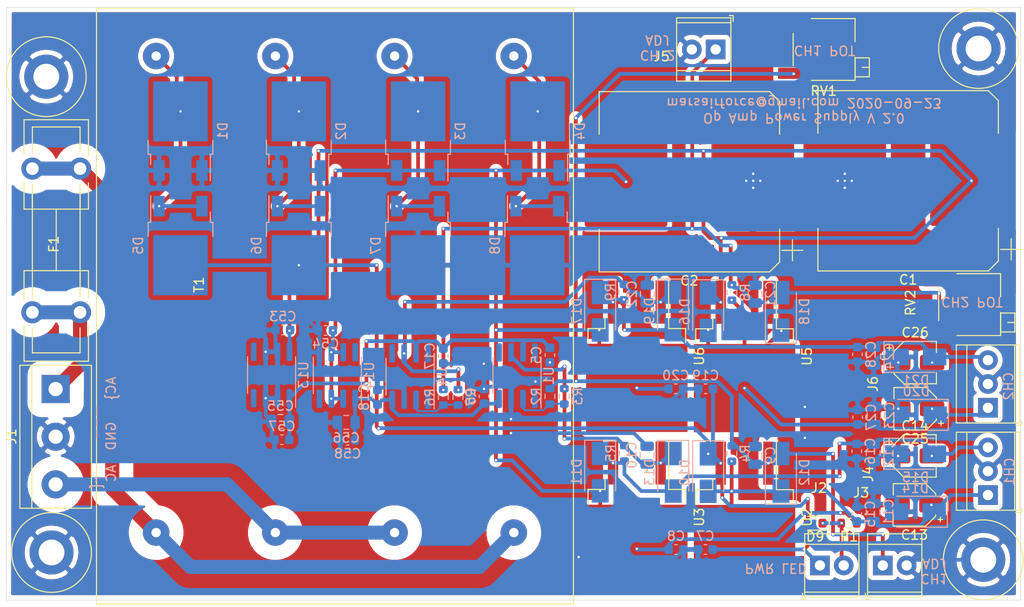
<source format=kicad_pcb>
(kicad_pcb (version 20171130) (host pcbnew 5.1.6-1.fc32)
  (title_block (title "Multi Output Power Supply") (date 2020-09-20) (rev 2))
  (layers (0 F.Cu mixed) (31 B.Cu mixed) (34 B.Paste user) (35 F.Paste user) (36 B.SilkS user) (37 F.SilkS user) (38 B.Mask user) (39 F.Mask user) (44 Edge.Cuts user))
  (net 0 "")
  (net 1 "Net-(F1-Pad2)")
  (net 2 "Net-(F1-Pad1)")
  (net 3 "Net-(C11-Pad1)")
  (net 4 "Net-(C10-Pad2)")
  (net 5 "Net-(D1-Pad2)")
  (net 6 "Net-(D2-Pad2)")
  (net 7 "Net-(D3-Pad2)")
  (net 8 "Net-(D4-Pad2)")
  (net 9 "Net-(D9-Pad1)")
  (net 10 "Net-(J1-Pad3)")
  (net 11 "Net-(R2-Pad2)")
  (net 12 Earth)
  (net 13 "Net-(C9-Pad1)")
  (net 14 "Net-(C12-Pad2)")
  (net 15 "Net-(C21-Pad1)")
  (net 16 "Net-(C22-Pad2)")
  (net 17 "Net-(C23-Pad1)")
  (net 18 "Net-(C24-Pad2)")
  (net 19 "Net-(R6-Pad2)")
  (net 20 /REG1/V_POS)
  (net 21 /REG1/V_NEG)
  (net 22 /REG1/vb+)
  (net 23 /REG1/vb-)
  (module Potentiometer_SMD:Potentiometer_Bourns_3269P_Horizontal (layer F.Cu) (at 194 271.5 180)
    (fp_text reference RV1 (at 0 -4.425) (layer F.SilkS))
    (fp_text value 5K)
    (pad 3 smd rect (at 3.2 2.54 180) (size 3.3 1.19) (layers F.Cu F.Paste F.Mask) (net 12 Earth))
    (pad 2 smd rect (at -3.2 0 180) (size 3.3 1.19) (layers F.Cu F.Paste F.Mask) (net 12 Earth))
    (pad 1 smd rect (at 3.2 -2.54 180) (size 3.3 1.19) (layers F.Cu F.Paste F.Mask) (net 13 "Net-(C9-Pad1)"))
  )
  (module Connector_Terminal_Block:TerminalBlock_1x02_P2.54mm_Horizontal (layer F.Cu) (at 182.5 271.5 180)
    (fp_text reference J5 (at 5.75 -0.75) (layer F.SilkS))
    (fp_text value adj)
    (pad 2 thru_hole circle (at 2.54 0 180) (size 2.1 2.1) (drill 1.1) (layers *.Cu *.Mask) (net 12 Earth))
    (pad 1 thru_hole rect (at 0 0 180) (size 2.1 2.1) (drill 1.1) (layers *.Cu *.Mask) (net 15 "Net-(C21-Pad1)"))
  )
  (module Capacitor_SMD:C_0805_2012Metric (layer B.Cu) (at 199.275 320.85 90)
    (fp_text reference C11 (at 0 1.65 270) (layer B.SilkS) (effects (justify mirror)))
    (fp_text value 10uF)
    (pad 2 smd roundrect (at 0.95 0 90) (size 1 1.45) (layers B.Cu B.Paste B.Mask) (net 12 Earth))
    (pad 1 smd roundrect (at -0.95 0 90) (size 1 1.45) (layers B.Cu B.Paste B.Mask) (net 3 "Net-(C11-Pad1)"))
  )
  (module Capacitor_SMD:C_0805_2012Metric (layer B.Cu) (at 199.325 304.2 90)
    (fp_text reference C24 (at 0 1.65 90) (layer B.SilkS) (effects (justify mirror)))
    (fp_text value 10uF)
    (pad 2 smd roundrect (at 0.95 0 90) (size 1 1.45) (layers B.Cu B.Paste B.Mask) (net 18 "Net-(C24-Pad2)"))
    (pad 1 smd roundrect (at -0.95 0 90) (size 1 1.45) (layers B.Cu B.Paste B.Mask) (net 12 Earth))
  )
  (module Capacitor_SMD:C_0603_1608Metric (layer B.Cu) (at 178.275 324.8026 180)
    (fp_text reference C8 (at 0 1.43) (layer B.SilkS) (effects (justify mirror)))
    (fp_text value 0.1uF)
    (pad 2 smd roundrect (at 0.775 0 180) (size 0.9 0.95) (layers B.Cu B.Paste B.Mask) (net 21 /REG1/V_NEG))
    (pad 1 smd roundrect (at -0.775 0 180) (size 0.9 0.95) (layers B.Cu B.Paste B.Mask) (net 12 Earth))
  )
  (module Diode_SMD:D_SMA (layer B.Cu) (at 170.2 299.4 270)
    (fp_text reference D17 (at 0 2.5 90) (layer B.SilkS) (effects (justify mirror)))
    (fp_text value S1M-13-F)
    (pad 2 smd rect (at 2 0 270) (size 2.5 1.8) (layers B.Cu B.Paste B.Mask) (net 21 /REG1/V_NEG))
    (pad 1 smd rect (at -2 0 270) (size 2.5 1.8) (layers B.Cu B.Paste B.Mask) (net 18 "Net-(C24-Pad2)"))
  )
  (module Capacitor_SMD:C_0805_2012Metric (layer B.Cu) (at 186.7 297.575 90)
    (fp_text reference C21 (at 0 1.65 90) (layer B.SilkS) (effects (justify mirror)))
    (fp_text value 10uF)
    (pad 2 smd roundrect (at 0.95 0 90) (size 1 1.45) (layers B.Cu B.Paste B.Mask) (net 12 Earth))
    (pad 1 smd roundrect (at -0.95 0 90) (size 1 1.45) (layers B.Cu B.Paste B.Mask) (net 15 "Net-(C21-Pad1)"))
  )
  (module Package_TO_SOT_SMD:TO-263-2 (layer F.Cu) (at 185.575 304.225 270)
    (fp_text reference U5 (at 0 -6.65 90) (layer F.SilkS))
    (fp_text value LD1085)
    (pad 2 smd rect (at 3.375 0 270) (size 9.4 10.8) (layers F.Cu F.Mask) (net 17 "Net-(C23-Pad1)"))
    (pad 3 smd rect (at -5.775 2.54 270) (size 4.6 1.1) (layers F.Cu F.Paste F.Mask) (net 20 /REG1/V_POS))
    (pad 1 smd rect (at -5.775 -2.54 270) (size 4.6 1.1) (layers F.Cu F.Paste F.Mask) (net 15 "Net-(C21-Pad1)"))
  )
  (module Package_TO_SOT_SMD:TO-263-2 (layer F.Cu) (at 174.1 304.2 270)
    (fp_text reference U6 (at 0 -6.65 90) (layer F.SilkS))
    (fp_text value LM337_TO263)
    (pad 2 smd rect (at 3.375 0 270) (size 9.4 10.8) (layers F.Cu F.Mask) (net 21 /REG1/V_NEG))
    (pad 3 smd rect (at -5.775 2.54 270) (size 4.6 1.1) (layers F.Cu F.Paste F.Mask) (net 18 "Net-(C24-Pad2)"))
    (pad 1 smd rect (at -5.775 -2.54 270) (size 4.6 1.1) (layers F.Cu F.Paste F.Mask) (net 16 "Net-(C22-Pad2)"))
  )
  (module Diode_SMD:D_SMA (layer B.Cu) (at 181.7 316.6 270)
    (fp_text reference D10 (at 0 2.5 270) (layer B.SilkS) (effects (justify mirror)))
    (fp_text value S1M-13-F)
    (pad 2 smd rect (at 2 0 270) (size 2.5 1.8) (layers B.Cu B.Paste B.Mask) (net 3 "Net-(C11-Pad1)"))
    (pad 1 smd rect (at -2 0 270) (size 2.5 1.8) (layers B.Cu B.Paste B.Mask) (net 20 /REG1/V_POS))
  )
  (module Capacitor_SMD:C_0603_1608Metric (layer B.Cu) (at 197.625 310.7 90)
    (fp_text reference C27 (at 0 1.43 90) (layer B.SilkS) (effects (justify mirror)))
    (fp_text value 0.1uF)
    (pad 2 smd roundrect (at 0.775 0 90) (size 0.9 0.95) (layers B.Cu B.Paste B.Mask) (net 12 Earth))
    (pad 1 smd roundrect (at -0.775 0 90) (size 0.9 0.95) (layers B.Cu B.Paste B.Mask) (net 17 "Net-(C23-Pad1)"))
  )
  (module Capacitor_SMD:C_0603_1608Metric (layer B.Cu) (at 197.525 314.325 90)
    (fp_text reference C16 (at 0 1.43 270) (layer B.SilkS) (effects (justify mirror)))
    (fp_text value 0.1uF)
    (pad 2 smd roundrect (at 0.775 0 90) (size 0.9 0.95) (layers B.Cu B.Paste B.Mask) (net 14 "Net-(C12-Pad2)"))
    (pad 1 smd roundrect (at -0.775 0 90) (size 0.9 0.95) (layers B.Cu B.Paste B.Mask) (net 12 Earth))
  )
  (module Resistor_SMD:R_0603_1608Metric (layer B.Cu) (at 164.845 308.475 270)
    (fp_text reference R2 (at 0 1.43 90) (layer B.SilkS) (effects (justify mirror)))
    (fp_text value 10K)
    (pad 2 smd roundrect (at 0.825 0 270) (size 0.8 0.95) (layers B.Cu B.Paste B.Mask) (net 11 "Net-(R2-Pad2)"))
    (pad 1 smd roundrect (at -0.825 0 270) (size 0.8 0.95) (layers B.Cu B.Paste B.Mask) (net 13 "Net-(C9-Pad1)"))
  )
  (module Capacitor_SMD:CP_Elec_4x5.8 (layer F.Cu) (at 203.75 309.8 180)
    (fp_text reference C25 (at 0 -3.2) (layer F.SilkS))
    (fp_text value 10uF)
    (pad 2 smd roundrect (at 1.8 0 180) (size 2.6 1.6) (layers F.Cu F.Paste F.Mask) (roundrect_rratio 0.15625) (net 12 Earth))
    (pad 1 smd roundrect (at -1.8 0 180) (size 2.6 1.6) (layers F.Cu F.Paste F.Mask) (roundrect_rratio 0.15625) (net 17 "Net-(C23-Pad1)"))
  )
  (module Capacitor_SMD:C_0603_1608Metric (layer B.Cu) (at 164.845 304.075 270)
    (fp_text reference C5 (at 0 1.43 90) (layer B.SilkS) (effects (justify mirror)))
    (fp_text value 0.1uF)
    (pad 2 smd roundrect (at 0.775 0 270) (size 0.9 0.95) (layers B.Cu B.Paste B.Mask) (net 12 Earth))
    (pad 1 smd roundrect (at -0.775 0 270) (size 0.9 0.95) (layers B.Cu B.Paste B.Mask) (net 22 /REG1/vb+))
  )
  (module Diode_SMD:D_SMA (layer B.Cu) (at 177.975 316.575 270)
    (fp_text reference D13 (at 0 2.5 90) (layer B.SilkS) (effects (justify mirror)))
    (fp_text value S1M-13-F)
    (pad 2 smd rect (at 2 0 270) (size 2.5 1.8) (layers B.Cu B.Paste B.Mask) (net 14 "Net-(C12-Pad2)"))
    (pad 1 smd rect (at -2 0 270) (size 2.5 1.8) (layers B.Cu B.Paste B.Mask) (net 4 "Net-(C10-Pad2)"))
  )
  (module Diode_SMD:D_SMA (layer B.Cu) (at 203.775 320.775 180)
    (fp_text reference D14 (at 0 2.5 180) (layer B.SilkS) (effects (justify mirror)))
    (fp_text value S1M-13-F)
    (pad 2 smd rect (at 2 0 180) (size 2.5 1.8) (layers B.Cu B.Paste B.Mask) (net 12 Earth))
    (pad 1 smd rect (at -2 0 180) (size 2.5 1.8) (layers B.Cu B.Paste B.Mask) (net 3 "Net-(C11-Pad1)"))
  )
  (module Capacitor_SMD:C_0603_1608Metric (layer B.Cu) (at 181.4 324.8 180)
    (fp_text reference C7 (at 0 1.43) (layer B.SilkS) (effects (justify mirror)))
    (fp_text value 0.1uF)
    (pad 2 smd roundrect (at 0.775 0 180) (size 0.9 0.95) (layers B.Cu B.Paste B.Mask) (net 12 Earth))
    (pad 1 smd roundrect (at -0.775 0 180) (size 0.9 0.95) (layers B.Cu B.Paste B.Mask) (net 20 /REG1/V_POS))
  )
  (module Connector_Terminal_Block:TerminalBlock_1x03_P2.54mm_Horizontal (layer F.Cu) (at 211.5 309.7 90)
    (fp_text reference J6 (at 2.54 -12.25 90) (layer F.SilkS))
    (fp_text value +/-out)
    (pad 1 thru_hole rect (at 0 0 90) (size 2.1 2.1) (drill 1.1) (layers *.Cu *.Mask) (net 17 "Net-(C23-Pad1)"))
    (pad 2 thru_hole circle (at 2.54 0 90) (size 2.1 2.1) (drill 1.1) (layers *.Cu *.Mask) (net 12 Earth))
    (pad 3 thru_hole circle (at 5.08 0 90) (size 2.1 2.1) (drill 1.1) (layers *.Cu *.Mask) (net 18 "Net-(C24-Pad2)"))
  )
  (module Resistor_SMD:R_0603_1608Metric (layer B.Cu) (at 172.775 314.55 270)
    (fp_text reference R5 (at 0 1.43 270) (layer B.SilkS) (effects (justify mirror)))
    (fp_text value 240)
    (pad 2 smd roundrect (at 0.825 0 270) (size 0.8 0.95) (layers B.Cu B.Paste B.Mask) (net 14 "Net-(C12-Pad2)"))
    (pad 1 smd roundrect (at -0.825 0 270) (size 0.8 0.95) (layers B.Cu B.Paste B.Mask) (net 4 "Net-(C10-Pad2)"))
  )
  (module Capacitor_SMD:C_0805_2012Metric (layer B.Cu) (at 175.225 297.5625 270)
    (fp_text reference C22 (at 0 1.65 90) (layer B.SilkS) (effects (justify mirror)))
    (fp_text value 10uF)
    (pad 2 smd roundrect (at 0.95 0 270) (size 1 1.45) (layers B.Cu B.Paste B.Mask) (net 16 "Net-(C22-Pad2)"))
    (pad 1 smd roundrect (at -0.95 0 270) (size 1 1.45) (layers B.Cu B.Paste B.Mask) (net 12 Earth))
  )
  (module Capacitor_SMD:CP_Elec_4x5.8 (layer F.Cu) (at 203.75 304.875)
    (fp_text reference C26 (at 0 -3.2) (layer F.SilkS))
    (fp_text value 10uF)
    (pad 2 smd roundrect (at 1.8 0) (size 2.6 1.6) (layers F.Cu F.Paste F.Mask) (roundrect_rratio 0.15625) (net 18 "Net-(C24-Pad2)"))
    (pad 1 smd roundrect (at -1.8 0) (size 2.6 1.6) (layers F.Cu F.Paste F.Mask) (roundrect_rratio 0.15625) (net 12 Earth))
  )
  (module Resistor_SMD:R_0603_1608Metric (layer B.Cu) (at 155.05 308.575 90)
    (fp_text reference R7 (at 0 1.43 90) (layer B.SilkS) (effects (justify mirror)))
    (fp_text value 10K)
    (pad 2 smd roundrect (at 0.825 0 90) (size 0.8 0.95) (layers B.Cu B.Paste B.Mask) (net 16 "Net-(C22-Pad2)"))
    (pad 1 smd roundrect (at -0.825 0 90) (size 0.8 0.95) (layers B.Cu B.Paste B.Mask) (net 19 "Net-(R6-Pad2)"))
  )
  (module Resistor_SMD:R_0603_1608Metric (layer B.Cu) (at 184.225 297.4 90)
    (fp_text reference R8 (at 0 1.43 90) (layer B.SilkS) (effects (justify mirror)))
    (fp_text value 240)
    (pad 2 smd roundrect (at 0.825 0 90) (size 0.8 0.95) (layers B.Cu B.Paste B.Mask) (net 15 "Net-(C21-Pad1)"))
    (pad 1 smd roundrect (at -0.825 0 90) (size 0.8 0.95) (layers B.Cu B.Paste B.Mask) (net 17 "Net-(C23-Pad1)"))
  )
  (module Capacitor_SMD:C_0603_1608Metric (layer B.Cu) (at 146.4788 308.575 270)
    (fp_text reference C18 (at 0 1.43 90) (layer B.SilkS) (effects (justify mirror)))
    (fp_text value 0.1uF)
    (pad 2 smd roundrect (at 0.775 0 270) (size 0.9 0.95) (layers B.Cu B.Paste B.Mask) (net 23 /REG1/vb-))
    (pad 1 smd roundrect (at -0.775 0 270) (size 0.9 0.95) (layers B.Cu B.Paste B.Mask) (net 12 Earth))
  )
  (module Package_SO:SOIC-8_3.9x4.9mm_P1.27mm (layer B.Cu) (at 161.3398 306.275 90)
    (fp_text reference U1 (at 0 3.4 270) (layer B.SilkS) (effects (justify mirror)))
    (fp_text value TL071)
    (pad 8 smd roundrect (at 2.475 1.905 90) (size 1.95 0.6) (layers B.Cu B.Paste B.Mask))
    (pad 7 smd roundrect (at 2.475 0.635 90) (size 1.95 0.6) (layers B.Cu B.Paste B.Mask) (net 22 /REG1/vb+))
    (pad 6 smd roundrect (at 2.475 -0.635 90) (size 1.95 0.6) (layers B.Cu B.Paste B.Mask) (net 4 "Net-(C10-Pad2)"))
    (pad 5 smd roundrect (at 2.475 -1.905 90) (size 1.95 0.6) (layers B.Cu B.Paste B.Mask))
    (pad 4 smd roundrect (at -2.475 -1.905 90) (size 1.95 0.6) (layers B.Cu B.Paste B.Mask) (net 23 /REG1/vb-))
    (pad 3 smd roundrect (at -2.475 -0.635 90) (size 1.95 0.6) (layers B.Cu B.Paste B.Mask) (net 12 Earth))
    (pad 2 smd roundrect (at -2.475 0.635 90) (size 1.95 0.6) (layers B.Cu B.Paste B.Mask) (net 11 "Net-(R2-Pad2)"))
    (pad 1 smd roundrect (at -2.475 1.905 90) (size 1.95 0.6) (layers B.Cu B.Paste B.Mask))
  )
  (module Diode_SMD:D_SMA (layer B.Cu) (at 189.45 316.575 90)
    (fp_text reference D12 (at 0 2.5 270) (layer B.SilkS) (effects (justify mirror)))
    (fp_text value S1M-13-F)
    (pad 2 smd rect (at 2 0 90) (size 2.5 1.8) (layers B.Cu B.Paste B.Mask) (net 13 "Net-(C9-Pad1)"))
    (pad 1 smd rect (at -2 0 90) (size 2.5 1.8) (layers B.Cu B.Paste B.Mask) (net 3 "Net-(C11-Pad1)"))
  )
  (module Diode_SMD:D_SMA (layer B.Cu) (at 203.825 304.275)
    (fp_text reference D21 (at 0 2.5) (layer B.SilkS) (effects (justify mirror)))
    (fp_text value S1M-13-F)
    (pad 2 smd rect (at 2 0) (size 2.5 1.8) (layers B.Cu B.Paste B.Mask) (net 18 "Net-(C24-Pad2)"))
    (pad 1 smd rect (at -2 0) (size 2.5 1.8) (layers B.Cu B.Paste B.Mask) (net 12 Earth))
  )
  (module Transformers:Hammond_229_series_low_profile_transformers (layer F.Cu) (at 161 323 90)
    (fp_text reference T1 (at 26.416 -33.528 90) (layer F.SilkS))
    (fp_text value Hammond_229B34)
    (pad 8 thru_hole circle (at 50.8 -25.4 90) (size 2.824 2.824) (drill 1) (layers *.Cu *.Mask) (net 6 "Net-(D2-Pad2)"))
    (pad 7 thru_hole circle (at 50.8 -38.1 90) (size 2.824 2.824) (drill 1) (layers *.Cu *.Mask) (net 5 "Net-(D1-Pad2)"))
    (pad 6 thru_hole circle (at 50.8 -12.7 90) (size 2.824 2.824) (drill 1) (layers *.Cu *.Mask) (net 7 "Net-(D3-Pad2)"))
    (pad 5 thru_hole circle (at 50.8 0 90) (size 2.824 2.824) (drill 1) (layers *.Cu *.Mask) (net 8 "Net-(D4-Pad2)"))
    (pad 4 thru_hole circle (at 0 -25.4 90) (size 2.824 2.824) (drill 1) (layers *.Cu *.Mask) (net 10 "Net-(J1-Pad3)"))
    (pad 3 thru_hole circle (at 0 -38.1 90) (size 2.824 2.824) (drill 1) (layers *.Cu *.Mask) (net 2 "Net-(F1-Pad1)"))
    (pad 2 thru_hole circle (at 0 -12.7 90) (size 2.824 2.824) (drill 1) (layers *.Cu *.Mask) (net 10 "Net-(J1-Pad3)"))
    (pad 1 thru_hole circle (at 0 0 90) (size 2.824 2.824) (drill 1) (layers *.Cu *.Mask) (net 2 "Net-(F1-Pad1)"))
  )
  (module Capacitor_SMD:C_0805_2012Metric (layer B.Cu) (at 199.375 310.5 90)
    (fp_text reference C23 (at 0 1.65 270) (layer B.SilkS) (effects (justify mirror)))
    (fp_text value 10uF)
    (pad 2 smd roundrect (at 0.95 0 90) (size 1 1.45) (layers B.Cu B.Paste B.Mask) (net 12 Earth))
    (pad 1 smd roundrect (at -0.95 0 90) (size 1 1.45) (layers B.Cu B.Paste B.Mask) (net 17 "Net-(C23-Pad1)"))
  )
  (module Capacitor_SMD:C_0805_2012Metric (layer B.Cu) (at 186.7 314.775 90)
    (fp_text reference C9 (at 0 1.65 270) (layer B.SilkS) (effects (justify mirror)))
    (fp_text value 10uF)
    (pad 2 smd roundrect (at 0.95 0 90) (size 1 1.45) (layers B.Cu B.Paste B.Mask) (net 12 Earth))
    (pad 1 smd roundrect (at -0.95 0 90) (size 1 1.45) (layers B.Cu B.Paste B.Mask) (net 13 "Net-(C9-Pad1)"))
  )
  (module Capacitor_SMD:C_0603_1608Metric (layer B.Cu) (at 181.425 307.675 180)
    (fp_text reference C19 (at 0 1.43) (layer B.SilkS) (effects (justify mirror)))
    (fp_text value 0.1uF)
    (pad 2 smd roundrect (at 0.775 0 180) (size 0.9 0.95) (layers B.Cu B.Paste B.Mask) (net 12 Earth))
    (pad 1 smd roundrect (at -0.775 0 180) (size 0.9 0.95) (layers B.Cu B.Paste B.Mask) (net 20 /REG1/V_POS))
  )
  (module Connector_Terminal_Block:TerminalBlock-3_P5.08mm (layer F.Cu) (at 112.2 307.7 270)
    (fp_text reference J1 (at 5.05 4.7 90) (layer F.SilkS))
    (fp_text value "AC IN")
    (pad 3 thru_hole circle (at 10.16 0 270) (size 3 3) (drill 1.52) (layers *.Cu *.Mask) (net 10 "Net-(J1-Pad3)"))
    (pad 1 thru_hole rect (at 0 0 270) (size 3 3) (drill 1.52) (layers *.Cu *.Mask) (net 1 "Net-(F1-Pad2)"))
    (pad 2 thru_hole circle (at 5.08 0 270) (size 3 3) (drill 1.52) (layers *.Cu *.Mask) (net 12 Earth))
  )
  (module Capacitor_SMD:CP_Elec_18x22 (layer F.Cu) (at 203 285.5 180)
    (fp_text reference C1 (at 0 -10.55) (layer F.SilkS))
    (fp_text value 3000uF)
    (pad 2 smd roundrect (at 6.75 0 180) (size 8.8 9.6) (layers F.Cu F.Paste F.Mask) (roundrect_rratio 0.028409) (net 12 Earth))
    (pad 1 smd roundrect (at -6.75 0 180) (size 8.8 9.6) (layers F.Cu F.Paste F.Mask) (roundrect_rratio 0.028409) (net 20 /REG1/V_POS))
  )
  (module Package_TO_SOT_SMD:TO-252-2 (layer B.Cu) (at 125.496 280.2 90)
    (fp_text reference D1 (at 0 4.5 90) (layer B.SilkS) (effects (justify mirror)))
    (fp_text value MBRD6100CTTR)
    (pad 2 smd rect (at 2.1 0 90) (size 6.4 5.8) (layers B.Cu B.Mask) (net 5 "Net-(D1-Pad2)"))
    (pad 3 smd rect (at -4.2 -2.28 90) (size 2.2 1.2) (layers B.Cu B.Paste B.Mask) (net 12 Earth))
    (pad 1 smd rect (at -4.2 2.28 90) (size 2.2 1.2) (layers B.Cu B.Paste B.Mask) (net 12 Earth))
  )
  (module Package_TO_SOT_SMD:TO-252-2 (layer B.Cu) (at 138.1 292.4 270)
    (fp_text reference D6 (at 0 4.5 90) (layer B.SilkS) (effects (justify mirror)))
    (fp_text value MBRD6100CTTR)
    (pad 2 smd rect (at 2.1 0 270) (size 6.4 5.8) (layers B.Cu B.Mask) (net 20 /REG1/V_POS))
    (pad 3 smd rect (at -4.2 -2.28 270) (size 2.2 1.2) (layers B.Cu B.Paste B.Mask) (net 6 "Net-(D2-Pad2)"))
    (pad 1 smd rect (at -4.2 2.28 270) (size 2.2 1.2) (layers B.Cu B.Paste B.Mask) (net 6 "Net-(D2-Pad2)"))
  )
  (module footprints:Mounting_Hole_Plated_M2.5 (layer F.Cu) (at 111.76 325.12)
    (fp_text reference H4 hide)
    (fp_text value hole hide)
    (pad 1 thru_hole circle (at 0 0) (size 4.7 4.7) (drill 2.75) (layers *.Cu *.Mask) (net 12 Earth))
  )
  (module footprints:Mounting_Hole_Plated_M2.5 (layer F.Cu) (at 111.2 274.4)
    (fp_text reference H3 hide)
    (fp_text value hole hide)
    (pad 1 thru_hole circle (at 0 0) (size 4.7 4.7) (drill 2.75) (layers *.Cu *.Mask) (net 12 Earth))
  )
  (module Package_SO:SOIC-8_3.9x4.9mm_P1.27mm (layer B.Cu) (at 149.95 306.375 90)
    (fp_text reference U4 (at 0 3.4 90) (layer B.SilkS) (effects (justify mirror)))
    (fp_text value TL071)
    (pad 8 smd roundrect (at 2.475 1.905 90) (size 1.95 0.6) (layers B.Cu B.Paste B.Mask))
    (pad 7 smd roundrect (at 2.475 0.635 90) (size 1.95 0.6) (layers B.Cu B.Paste B.Mask) (net 22 /REG1/vb+))
    (pad 6 smd roundrect (at 2.475 -0.635 90) (size 1.95 0.6) (layers B.Cu B.Paste B.Mask) (net 16 "Net-(C22-Pad2)"))
    (pad 5 smd roundrect (at 2.475 -1.905 90) (size 1.95 0.6) (layers B.Cu B.Paste B.Mask))
    (pad 4 smd roundrect (at -2.475 -1.905 90) (size 1.95 0.6) (layers B.Cu B.Paste B.Mask) (net 23 /REG1/vb-))
    (pad 3 smd roundrect (at -2.475 -0.635 90) (size 1.95 0.6) (layers B.Cu B.Paste B.Mask) (net 12 Earth))
    (pad 2 smd roundrect (at -2.475 0.635 90) (size 1.95 0.6) (layers B.Cu B.Paste B.Mask) (net 19 "Net-(R6-Pad2)"))
    (pad 1 smd roundrect (at -2.475 1.905 90) (size 1.95 0.6) (layers B.Cu B.Paste B.Mask))
  )
  (module Diode_SMD:D_SMA (layer B.Cu) (at 177.95 299.375 270)
    (fp_text reference D19 (at 0 2.5 90) (layer B.SilkS) (effects (justify mirror)))
    (fp_text value S1M-13-F)
    (pad 2 smd rect (at 2 0 270) (size 2.5 1.8) (layers B.Cu B.Paste B.Mask) (net 18 "Net-(C24-Pad2)"))
    (pad 1 smd rect (at -2 0 270) (size 2.5 1.8) (layers B.Cu B.Paste B.Mask) (net 16 "Net-(C22-Pad2)"))
  )
  (module footprints:Mounting_Hole_Plated_M2.5 (layer F.Cu) (at 210.5 271.4)
    (fp_text reference H2 hide)
    (fp_text value hole hide)
    (pad 1 thru_hole circle (at 0 0) (size 4.7 4.7) (drill 2.75) (layers *.Cu *.Mask) (net 12 Earth))
  )
  (module footprints:Mounting_Hole_Plated_M2.5 (layer F.Cu) (at 211 325.9)
    (fp_text reference H1 hide)
    (fp_text value hole hide)
    (pad 1 thru_hole circle (at 0 0) (size 4.7 4.7) (drill 2.75) (layers *.Cu *.Mask) (net 12 Earth))
  )
  (module Resistor_SMD:R_0603_1608Metric (layer B.Cu) (at 172.725 297.3625 270)
    (fp_text reference R9 (at 0 1.43 90) (layer B.SilkS) (effects (justify mirror)))
    (fp_text value 240)
    (pad 2 smd roundrect (at 0.825 0 270) (size 0.8 0.95) (layers B.Cu B.Paste B.Mask) (net 18 "Net-(C24-Pad2)"))
    (pad 1 smd roundrect (at -0.825 0 270) (size 0.8 0.95) (layers B.Cu B.Paste B.Mask) (net 16 "Net-(C22-Pad2)"))
  )
  (module Capacitor_SMD:C_0603_1608Metric (layer B.Cu) (at 136.4 301.4 180)
    (fp_text reference C53 (at 0 1.43) (layer B.SilkS) (effects (justify mirror)))
    (fp_text value 0.1uF)
    (pad 2 smd roundrect (at 0.775 0 180) (size 0.9 0.95) (layers B.Cu B.Paste B.Mask) (net 12 Earth))
    (pad 1 smd roundrect (at -0.775 0 180) (size 0.9 0.95) (layers B.Cu B.Paste B.Mask) (net 20 /REG1/V_POS))
  )
  (module Capacitor_SMD:CP_Elec_4x5.8 (layer F.Cu) (at 203.725 314.825)
    (fp_text reference C14 (at 0 -3.2) (layer F.SilkS))
    (fp_text value 10uF)
    (pad 2 smd roundrect (at 1.8 0) (size 2.6 1.6) (layers F.Cu F.Paste F.Mask) (roundrect_rratio 0.15625) (net 14 "Net-(C12-Pad2)"))
    (pad 1 smd roundrect (at -1.8 0) (size 2.6 1.6) (layers F.Cu F.Paste F.Mask) (roundrect_rratio 0.15625) (net 12 Earth))
  )
  (module Capacitor_SMD:CP_Elec_4x5.8 (layer F.Cu) (at 203.675 320.05 180)
    (fp_text reference C13 (at 0 -3.2) (layer F.SilkS))
    (fp_text value 10uF)
    (pad 2 smd roundrect (at 1.8 0 180) (size 2.6 1.6) (layers F.Cu F.Paste F.Mask) (roundrect_rratio 0.15625) (net 12 Earth))
    (pad 1 smd roundrect (at -1.8 0 180) (size 2.6 1.6) (layers F.Cu F.Paste F.Mask) (roundrect_rratio 0.15625) (net 3 "Net-(C11-Pad1)"))
  )
  (module Capacitor_SMD:C_0805_2012Metric (layer B.Cu) (at 199.275 314.525 90)
    (fp_text reference C12 (at 0 1.65 270) (layer B.SilkS) (effects (justify mirror)))
    (fp_text value 10uF)
    (pad 2 smd roundrect (at 0.95 0 90) (size 1 1.45) (layers B.Cu B.Paste B.Mask) (net 14 "Net-(C12-Pad2)"))
    (pad 1 smd roundrect (at -0.95 0 90) (size 1 1.45) (layers B.Cu B.Paste B.Mask) (net 12 Earth))
  )
  (module Connector_Terminal_Block:TerminalBlock_1x02_P2.54mm_Horizontal (layer F.Cu) (at 193.6 326.5)
    (fp_text reference J2 (at -0.1 -8.25) (layer F.SilkS))
    (fp_text value "power led")
    (pad 2 thru_hole circle (at 2.54 0) (size 2.1 2.1) (drill 1.1) (layers *.Cu *.Mask) (net 9 "Net-(D9-Pad1)"))
    (pad 1 thru_hole rect (at 0 0) (size 2.1 2.1) (drill 1.1) (layers *.Cu *.Mask) (net 20 /REG1/V_POS))
  )
  (module Package_TO_SOT_SMD:TO-252-2 (layer B.Cu) (at 150.8 292.4 270)
    (fp_text reference D7 (at 0 4.5 90) (layer B.SilkS) (effects (justify mirror)))
    (fp_text value MBRD6100CTTR)
    (pad 2 smd rect (at 2.1 0 270) (size 6.4 5.8) (layers B.Cu B.Mask) (net 12 Earth))
    (pad 3 smd rect (at -4.2 -2.28 270) (size 2.2 1.2) (layers B.Cu B.Paste B.Mask) (net 7 "Net-(D3-Pad2)"))
    (pad 1 smd rect (at -4.2 2.28 270) (size 2.2 1.2) (layers B.Cu B.Paste B.Mask) (net 7 "Net-(D3-Pad2)"))
  )
  (module Capacitor_SMD:C_0603_1608Metric (layer B.Cu) (at 143.3 313.15)
    (fp_text reference C58 (at 0 1.43) (layer B.SilkS) (effects (justify mirror)))
    (fp_text value 0.1uF)
    (pad 2 smd roundrect (at 0.775 0) (size 0.9 0.95) (layers B.Cu B.Paste B.Mask) (net 23 /REG1/vb-))
    (pad 1 smd roundrect (at -0.775 0) (size 0.9 0.95) (layers B.Cu B.Paste B.Mask) (net 12 Earth))
  )
  (module Diode_SMD:D_0603_1608Metric (layer F.Cu) (at 193.1 322 180)
    (fp_text reference D9 (at 0 -1.43) (layer F.SilkS))
    (fp_text value LED)
    (pad 2 smd roundrect (at 0.7875 0 180) (size 0.875 0.95) (layers F.Cu F.Paste F.Mask) (net 20 /REG1/V_POS))
    (pad 1 smd roundrect (at -0.7875 0 180) (size 0.875 0.95) (layers F.Cu F.Paste F.Mask) (net 9 "Net-(D9-Pad1)"))
  )
  (module Capacitor_SMD:C_0805_2012Metric (layer B.Cu) (at 143.15 311.25)
    (fp_text reference C56 (at 0 1.65 180) (layer B.SilkS) (effects (justify mirror)))
    (fp_text value 10uF)
    (pad 2 smd roundrect (at 0.95 0) (size 1 1.45) (layers B.Cu B.Paste B.Mask) (net 23 /REG1/vb-))
    (pad 1 smd roundrect (at -0.95 0) (size 1 1.45) (layers B.Cu B.Paste B.Mask) (net 12 Earth))
  )
  (module Package_TO_SOT_SMD:TO-252-2 (layer B.Cu) (at 163.5 292.4 270)
    (fp_text reference D8 (at 0 4.5 90) (layer B.SilkS) (effects (justify mirror)))
    (fp_text value MBRD6100CTTR)
    (pad 2 smd rect (at 2.1 0 270) (size 6.4 5.8) (layers B.Cu B.Mask) (net 12 Earth))
    (pad 3 smd rect (at -4.2 -2.28 270) (size 2.2 1.2) (layers B.Cu B.Paste B.Mask) (net 8 "Net-(D4-Pad2)"))
    (pad 1 smd rect (at -4.2 2.28 270) (size 2.2 1.2) (layers B.Cu B.Paste B.Mask) (net 8 "Net-(D4-Pad2)"))
  )
  (module Resistor_SMD:R_0603_1608Metric (layer B.Cu) (at 166.369 308.475 90)
    (fp_text reference R3 (at 0 1.43 90) (layer B.SilkS) (effects (justify mirror)))
    (fp_text value 10K)
    (pad 2 smd roundrect (at 0.825 0 90) (size 0.8 0.95) (layers B.Cu B.Paste B.Mask) (net 4 "Net-(C10-Pad2)"))
    (pad 1 smd roundrect (at -0.825 0 90) (size 0.8 0.95) (layers B.Cu B.Paste B.Mask) (net 11 "Net-(R2-Pad2)"))
  )
  (module Resistor_SMD:R_0603_1608Metric (layer B.Cu) (at 184.225 314.575 90)
    (fp_text reference R4 (at 0 1.43 270) (layer B.SilkS) (effects (justify mirror)))
    (fp_text value 240)
    (pad 2 smd roundrect (at 0.825 0 90) (size 0.8 0.95) (layers B.Cu B.Paste B.Mask) (net 13 "Net-(C9-Pad1)"))
    (pad 1 smd roundrect (at -0.825 0 90) (size 0.8 0.95) (layers B.Cu B.Paste B.Mask) (net 3 "Net-(C11-Pad1)"))
  )
  (module Package_TO_SOT_SMD:TO-252-2 (layer B.Cu) (at 163.5452 280.2 90)
    (fp_text reference D4 (at 0 4.5 90) (layer B.SilkS) (effects (justify mirror)))
    (fp_text value MBRD6100CTTR)
    (pad 2 smd rect (at 2.1 0 90) (size 6.4 5.8) (layers B.Cu B.Mask) (net 8 "Net-(D4-Pad2)"))
    (pad 3 smd rect (at -4.2 -2.28 90) (size 2.2 1.2) (layers B.Cu B.Paste B.Mask) (net 21 /REG1/V_NEG))
    (pad 1 smd rect (at -4.2 2.28 90) (size 2.2 1.2) (layers B.Cu B.Paste B.Mask) (net 21 /REG1/V_NEG))
  )
  (module footprints:Fuseholder5x20_horiz_open_lateral_Type-II (layer F.Cu) (at 114.8 284.2 270)
    (fp_text reference F1 (at 8.05 2.8 90) (layer F.SilkS))
    (fp_text value 120mA)
    (pad 2 thru_hole circle (at 15.32 0 270) (size 2.35 2.35) (drill 1.35) (layers *.Cu *.Mask) (net 1 "Net-(F1-Pad2)"))
    (pad 2 thru_hole circle (at 15.32 5.08 270) (size 2.35 2.35) (drill 1.35) (layers *.Cu *.Mask) (net 1 "Net-(F1-Pad2)"))
    (pad 1 thru_hole circle (at 0 0 270) (size 2.35 2.35) (drill 1.35) (layers *.Cu *.Mask) (net 2 "Net-(F1-Pad1)"))
    (pad 1 thru_hole circle (at 0 5.08 270) (size 2.35 2.35) (drill 1.35) (layers *.Cu *.Mask) (net 2 "Net-(F1-Pad1)"))
  )
  (module Capacitor_SMD:C_0603_1608Metric (layer B.Cu) (at 136.3 313.1 180)
    (fp_text reference C57 (at 0 1.43) (layer B.SilkS) (effects (justify mirror)))
    (fp_text value 0.1uF)
    (pad 2 smd roundrect (at 0.775 0 180) (size 0.9 0.95) (layers B.Cu B.Paste B.Mask) (net 12 Earth))
    (pad 1 smd roundrect (at -0.775 0 180) (size 0.9 0.95) (layers B.Cu B.Paste B.Mask) (net 22 /REG1/vb+))
  )
  (module Package_TO_SOT_SMD:TO-252-2 (layer B.Cu) (at 138.1 280.2 90)
    (fp_text reference D2 (at 0 4.5 90) (layer B.SilkS) (effects (justify mirror)))
    (fp_text value MBRD6100CTTR)
    (pad 2 smd rect (at 2.1 0 90) (size 6.4 5.8) (layers B.Cu B.Mask) (net 6 "Net-(D2-Pad2)"))
    (pad 3 smd rect (at -4.2 -2.28 90) (size 2.2 1.2) (layers B.Cu B.Paste B.Mask) (net 12 Earth))
    (pad 1 smd rect (at -4.2 2.28 90) (size 2.2 1.2) (layers B.Cu B.Paste B.Mask) (net 12 Earth))
  )
  (module Package_TO_SOT_SMD:TO-252-2 (layer B.Cu) (at 125.5 292.4 270)
    (fp_text reference D5 (at 0 4.5 90) (layer B.SilkS) (effects (justify mirror)))
    (fp_text value MBRD6100CTTR)
    (pad 2 smd rect (at 2.1 0 270) (size 6.4 5.8) (layers B.Cu B.Mask) (net 20 /REG1/V_POS))
    (pad 3 smd rect (at -4.2 -2.28 270) (size 2.2 1.2) (layers B.Cu B.Paste B.Mask) (net 5 "Net-(D1-Pad2)"))
    (pad 1 smd rect (at -4.2 2.28 270) (size 2.2 1.2) (layers B.Cu B.Paste B.Mask) (net 5 "Net-(D1-Pad2)"))
  )
  (module Package_SO:SOIC-8_3.9x4.9mm_P1.27mm (layer B.Cu) (at 142.2 306.25 90)
    (fp_text reference U14 (at 0 3.4 90) (layer B.SilkS) (effects (justify mirror)))
    (fp_text value L79L15_SO8)
    (pad 8 smd roundrect (at 2.475 1.905 90) (size 1.95 0.6) (layers B.Cu B.Paste B.Mask))
    (pad 7 smd roundrect (at 2.475 0.635 90) (size 1.95 0.6) (layers B.Cu B.Paste B.Mask) (net 21 /REG1/V_NEG))
    (pad 6 smd roundrect (at 2.475 -0.635 90) (size 1.95 0.6) (layers B.Cu B.Paste B.Mask) (net 21 /REG1/V_NEG))
    (pad 5 smd roundrect (at 2.475 -1.905 90) (size 1.95 0.6) (layers B.Cu B.Paste B.Mask) (net 12 Earth))
    (pad 4 smd roundrect (at -2.475 -1.905 90) (size 1.95 0.6) (layers B.Cu B.Paste B.Mask))
    (pad 3 smd roundrect (at -2.475 -0.635 90) (size 1.95 0.6) (layers B.Cu B.Paste B.Mask) (net 21 /REG1/V_NEG))
    (pad 2 smd roundrect (at -2.475 0.635 90) (size 1.95 0.6) (layers B.Cu B.Paste B.Mask) (net 21 /REG1/V_NEG))
    (pad 1 smd roundrect (at -2.475 1.905 90) (size 1.95 0.6) (layers B.Cu B.Paste B.Mask) (net 23 /REG1/vb-))
  )
  (module Diode_SMD:D_SMA (layer B.Cu) (at 203.875 310.45 180)
    (fp_text reference D20 (at 0 2.5 180) (layer B.SilkS) (effects (justify mirror)))
    (fp_text value S1M-13-F)
    (pad 2 smd rect (at 2 0 180) (size 2.5 1.8) (layers B.Cu B.Paste B.Mask) (net 12 Earth))
    (pad 1 smd rect (at -2 0 180) (size 2.5 1.8) (layers B.Cu B.Paste B.Mask) (net 17 "Net-(C23-Pad1)"))
  )
  (module Diode_SMD:D_SMA (layer B.Cu) (at 203.8 314.6)
    (fp_text reference D15 (at 0 2.5 180) (layer B.SilkS) (effects (justify mirror)))
    (fp_text value S1M-13-F)
    (pad 2 smd rect (at 2 0) (size 2.5 1.8) (layers B.Cu B.Paste B.Mask) (net 14 "Net-(C12-Pad2)"))
    (pad 1 smd rect (at -2 0) (size 2.5 1.8) (layers B.Cu B.Paste B.Mask) (net 12 Earth))
  )
  (module Diode_SMD:D_SMA (layer B.Cu) (at 181.7 299.45 270)
    (fp_text reference D16 (at 0 2.5 270) (layer B.SilkS) (effects (justify mirror)))
    (fp_text value S1M-13-F)
    (pad 2 smd rect (at 2 0 270) (size 2.5 1.8) (layers B.Cu B.Paste B.Mask) (net 17 "Net-(C23-Pad1)"))
    (pad 1 smd rect (at -2 0 270) (size 2.5 1.8) (layers B.Cu B.Paste B.Mask) (net 20 /REG1/V_POS))
  )
  (module Connector_Terminal_Block:TerminalBlock_1x03_P2.54mm_Horizontal (layer F.Cu) (at 211.5 319 90)
    (fp_text reference J4 (at 2.25 -12.75 90) (layer F.SilkS))
    (fp_text value +/-out)
    (pad 1 thru_hole rect (at 0 0 90) (size 2.1 2.1) (drill 1.1) (layers *.Cu *.Mask) (net 3 "Net-(C11-Pad1)"))
    (pad 2 thru_hole circle (at 2.54 0 90) (size 2.1 2.1) (drill 1.1) (layers *.Cu *.Mask) (net 12 Earth))
    (pad 3 thru_hole circle (at 5.08 0 90) (size 2.1 2.1) (drill 1.1) (layers *.Cu *.Mask) (net 14 "Net-(C12-Pad2)"))
  )
  (module Connector_Terminal_Block:TerminalBlock_1x02_P2.54mm_Horizontal (layer F.Cu) (at 200.3 326.5)
    (fp_text reference J3 (at -2.3 -7.75) (layer F.SilkS))
    (fp_text value adj)
    (pad 2 thru_hole circle (at 2.54 0) (size 2.1 2.1) (drill 1.1) (layers *.Cu *.Mask) (net 12 Earth))
    (pad 1 thru_hole rect (at 0 0) (size 2.1 2.1) (drill 1.1) (layers *.Cu *.Mask) (net 13 "Net-(C9-Pad1)"))
  )
  (module Diode_SMD:D_SMA (layer B.Cu) (at 189.45 299.425 90)
    (fp_text reference D18 (at 0 2.5 90) (layer B.SilkS) (effects (justify mirror)))
    (fp_text value S1M-13-F)
    (pad 2 smd rect (at 2 0 90) (size 2.5 1.8) (layers B.Cu B.Paste B.Mask) (net 15 "Net-(C21-Pad1)"))
    (pad 1 smd rect (at -2 0 90) (size 2.5 1.8) (layers B.Cu B.Paste B.Mask) (net 17 "Net-(C23-Pad1)"))
  )
  (module Capacitor_SMD:C_0805_2012Metric (layer B.Cu) (at 136.15 311.15 180)
    (fp_text reference C55 (at 0 1.65) (layer B.SilkS) (effects (justify mirror)))
    (fp_text value 10uF)
    (pad 2 smd roundrect (at 0.95 0 180) (size 1 1.45) (layers B.Cu B.Paste B.Mask) (net 12 Earth))
    (pad 1 smd roundrect (at -0.95 0 180) (size 1 1.45) (layers B.Cu B.Paste B.Mask) (net 22 /REG1/vb+))
  )
  (module Package_SO:SOIC-8_3.9x4.9mm_P1.27mm (layer B.Cu) (at 135.2 306.2 90)
    (fp_text reference U13 (at 0 3.4 90) (layer B.SilkS) (effects (justify mirror)))
    (fp_text value L78L15_SO8)
    (pad 8 smd roundrect (at 2.475 1.905 90) (size 1.95 0.6) (layers B.Cu B.Paste B.Mask) (net 20 /REG1/V_POS))
    (pad 7 smd roundrect (at 2.475 0.635 90) (size 1.95 0.6) (layers B.Cu B.Paste B.Mask) (net 12 Earth))
    (pad 6 smd roundrect (at 2.475 -0.635 90) (size 1.95 0.6) (layers B.Cu B.Paste B.Mask) (net 12 Earth))
    (pad 5 smd roundrect (at 2.475 -1.905 90) (size 1.95 0.6) (layers B.Cu B.Paste B.Mask))
    (pad 4 smd roundrect (at -2.475 -1.905 90) (size 1.95 0.6) (layers B.Cu B.Paste B.Mask))
    (pad 3 smd roundrect (at -2.475 -0.635 90) (size 1.95 0.6) (layers B.Cu B.Paste B.Mask) (net 12 Earth))
    (pad 2 smd roundrect (at -2.475 0.635 90) (size 1.95 0.6) (layers B.Cu B.Paste B.Mask) (net 12 Earth))
    (pad 1 smd roundrect (at -2.475 1.905 90) (size 1.95 0.6) (layers B.Cu B.Paste B.Mask) (net 22 /REG1/vb+))
  )
  (module Capacitor_SMD:C_0603_1608Metric (layer B.Cu) (at 178.25 307.675 180)
    (fp_text reference C20 (at 0 1.43) (layer B.SilkS) (effects (justify mirror)))
    (fp_text value 0.1uF)
    (pad 2 smd roundrect (at 0.775 0 180) (size 0.9 0.95) (layers B.Cu B.Paste B.Mask) (net 21 /REG1/V_NEG))
    (pad 1 smd roundrect (at -0.775 0 180) (size 0.9 0.95) (layers B.Cu B.Paste B.Mask) (net 12 Earth))
  )
  (module Capacitor_SMD:C_0603_1608Metric (layer B.Cu) (at 140.95 301.45)
    (fp_text reference C54 (at 0 1.43) (layer B.SilkS) (effects (justify mirror)))
    (fp_text value 0.1uF)
    (pad 2 smd roundrect (at 0.775 0) (size 0.9 0.95) (layers B.Cu B.Paste B.Mask) (net 21 /REG1/V_NEG))
    (pad 1 smd roundrect (at -0.775 0) (size 0.9 0.95) (layers B.Cu B.Paste B.Mask) (net 12 Earth))
  )
  (module Capacitor_SMD:C_0603_1608Metric (layer B.Cu) (at 197.6 304 90)
    (fp_text reference C28 (at 0 1.43 90) (layer B.SilkS) (effects (justify mirror)))
    (fp_text value 0.1uF)
    (pad 2 smd roundrect (at 0.775 0 90) (size 0.9 0.95) (layers B.Cu B.Paste B.Mask) (net 18 "Net-(C24-Pad2)"))
    (pad 1 smd roundrect (at -0.775 0 90) (size 0.9 0.95) (layers B.Cu B.Paste B.Mask) (net 12 Earth))
  )
  (module Resistor_SMD:R_0603_1608Metric (layer B.Cu) (at 153.4892 308.575 270)
    (fp_text reference R6 (at 0 1.43 270) (layer B.SilkS) (effects (justify mirror)))
    (fp_text value 10K)
    (pad 2 smd roundrect (at 0.825 0 270) (size 0.8 0.95) (layers B.Cu B.Paste B.Mask) (net 19 "Net-(R6-Pad2)"))
    (pad 1 smd roundrect (at -0.825 0 270) (size 0.8 0.95) (layers B.Cu B.Paste B.Mask) (net 15 "Net-(C21-Pad1)"))
  )
  (module Package_TO_SOT_SMD:TO-252-2 (layer B.Cu) (at 150.8 280.2 90)
    (fp_text reference D3 (at 0 4.5 90) (layer B.SilkS) (effects (justify mirror)))
    (fp_text value MBRD6100CTTR)
    (pad 2 smd rect (at 2.1 0 90) (size 6.4 5.8) (layers B.Cu B.Mask) (net 7 "Net-(D3-Pad2)"))
    (pad 3 smd rect (at -4.2 -2.28 90) (size 2.2 1.2) (layers B.Cu B.Paste B.Mask) (net 21 /REG1/V_NEG))
    (pad 1 smd rect (at -4.2 2.28 90) (size 2.2 1.2) (layers B.Cu B.Paste B.Mask) (net 21 /REG1/V_NEG))
  )
  (module Capacitor_SMD:C_0805_2012Metric (layer B.Cu) (at 175.2 314.75 270)
    (fp_text reference C10 (at 0 1.65 270) (layer B.SilkS) (effects (justify mirror)))
    (fp_text value 10uF)
    (pad 2 smd roundrect (at 0.95 0 270) (size 1 1.45) (layers B.Cu B.Paste B.Mask) (net 4 "Net-(C10-Pad2)"))
    (pad 1 smd roundrect (at -0.95 0 270) (size 1 1.45) (layers B.Cu B.Paste B.Mask) (net 12 Earth))
  )
  (module Capacitor_SMD:CP_Elec_18x22 (layer F.Cu) (at 179.7 285.6 180)
    (fp_text reference C2 (at 0 -10.55) (layer F.SilkS))
    (fp_text value 3000uF)
    (pad 2 smd roundrect (at 6.75 0 180) (size 8.8 9.6) (layers F.Cu F.Paste F.Mask) (roundrect_rratio 0.028409) (net 21 /REG1/V_NEG))
    (pad 1 smd roundrect (at -6.75 0 180) (size 8.8 9.6) (layers F.Cu F.Paste F.Mask) (roundrect_rratio 0.028409) (net 12 Earth))
  )
  (module Diode_SMD:D_SMA (layer B.Cu) (at 170.2 316.55 270)
    (fp_text reference D11 (at 0 2.5 90) (layer B.SilkS) (effects (justify mirror)))
    (fp_text value S1M-13-F)
    (pad 2 smd rect (at 2 0 270) (size 2.5 1.8) (layers B.Cu B.Paste B.Mask) (net 21 /REG1/V_NEG))
    (pad 1 smd rect (at -2 0 270) (size 2.5 1.8) (layers B.Cu B.Paste B.Mask) (net 14 "Net-(C12-Pad2)"))
  )
  (module Resistor_SMD:R_0603_1608Metric (layer F.Cu) (at 196.7 322 180)
    (fp_text reference R1 (at 0 -1.43) (layer F.SilkS))
    (fp_text value 1.5K)
    (pad 2 smd roundrect (at 0.825 0 180) (size 0.8 0.95) (layers F.Cu F.Paste F.Mask) (net 9 "Net-(D9-Pad1)"))
    (pad 1 smd roundrect (at -0.825 0 180) (size 0.8 0.95) (layers F.Cu F.Paste F.Mask) (net 21 /REG1/V_NEG))
  )
  (module Capacitor_SMD:C_0603_1608Metric (layer B.Cu) (at 197.525 321.025 90)
    (fp_text reference C15 (at 0 1.43 270) (layer B.SilkS) (effects (justify mirror)))
    (fp_text value 0.1uF)
    (pad 2 smd roundrect (at 0.775 0 90) (size 0.9 0.95) (layers B.Cu B.Paste B.Mask) (net 12 Earth))
    (pad 1 smd roundrect (at -0.775 0 90) (size 0.9 0.95) (layers B.Cu B.Paste B.Mask) (net 3 "Net-(C11-Pad1)"))
  )
  (module Capacitor_SMD:C_0603_1608Metric (layer B.Cu) (at 153.4892 304.175 270)
    (fp_text reference C17 (at 0 1.43 90) (layer B.SilkS) (effects (justify mirror)))
    (fp_text value 0.1uF)
    (pad 2 smd roundrect (at 0.775 0 270) (size 0.9 0.95) (layers B.Cu B.Paste B.Mask) (net 12 Earth))
    (pad 1 smd roundrect (at -0.775 0 270) (size 0.9 0.95) (layers B.Cu B.Paste B.Mask) (net 22 /REG1/vb+))
  )
  (module Package_TO_SOT_SMD:TO-263-2 (layer F.Cu) (at 185.575 321.375 270)
    (fp_text reference U2 (at 0 -6.65 90) (layer F.SilkS))
    (fp_text value LD1085)
    (pad 2 smd rect (at 3.375 0 270) (size 9.4 10.8) (layers F.Cu F.Mask) (net 3 "Net-(C11-Pad1)"))
    (pad 3 smd rect (at -5.775 2.54 270) (size 4.6 1.1) (layers F.Cu F.Paste F.Mask) (net 20 /REG1/V_POS))
    (pad 1 smd rect (at -5.775 -2.54 270) (size 4.6 1.1) (layers F.Cu F.Paste F.Mask) (net 13 "Net-(C9-Pad1)"))
  )
  (module Package_TO_SOT_SMD:TO-263-2 (layer F.Cu) (at 174.1038 321.3526 270)
    (fp_text reference U3 (at 0 -6.65 90) (layer F.SilkS))
    (fp_text value LM337_TO263)
    (pad 2 smd rect (at 3.375 0 270) (size 9.4 10.8) (layers F.Cu F.Mask) (net 21 /REG1/V_NEG))
    (pad 3 smd rect (at -5.775 2.54 270) (size 4.6 1.1) (layers F.Cu F.Paste F.Mask) (net 14 "Net-(C12-Pad2)"))
    (pad 1 smd rect (at -5.775 -2.54 270) (size 4.6 1.1) (layers F.Cu F.Paste F.Mask) (net 4 "Net-(C10-Pad2)"))
  )
  (module Potentiometer_SMD:Potentiometer_Bourns_3269P_Horizontal (layer F.Cu) (at 209.5 298.7 180)
    (fp_text reference RV2 (at 6.25 0.2 90) (layer F.SilkS))
    (fp_text value 5K)
    (pad 3 smd rect (at 3.2 2.54 180) (size 3.3 1.19) (layers F.Cu F.Paste F.Mask) (net 12 Earth))
    (pad 2 smd rect (at -3.2 0 180) (size 3.3 1.19) (layers F.Cu F.Paste F.Mask) (net 12 Earth))
    (pad 1 smd rect (at 3.2 -2.54 180) (size 3.3 1.19) (layers F.Cu F.Paste F.Mask) (net 15 "Net-(C21-Pad1)"))
  )
  (module Capacitor_SMD:C_0603_1608Metric (layer B.Cu) (at 157.825 308.475 270)
    (fp_text reference C6 (at 0 1.43 270) (layer B.SilkS) (effects (justify mirror)))
    (fp_text value 0.1uF)
    (pad 2 smd roundrect (at 0.775 0 270) (size 0.9 0.95) (layers B.Cu B.Paste B.Mask) (net 23 /REG1/vb-))
    (pad 1 smd roundrect (at -0.775 0 270) (size 0.9 0.95) (layers B.Cu B.Paste B.Mask) (net 12 Earth))
  )
  (gr_text "PWR LED" (at 188.9 326.8 180) (layer B.SilkS) (effects (font (size 1 1)) (justify mirror)))
  (gr_text " ~    ---     ~\nAC   GND  AC" (at 117.3 312 90) (layer B.SilkS) (effects (font (size 1 1)) (justify mirror)))
  (gr_text "CH1 POT" (at 194.1 271.6 180) (layer B.SilkS) (effects (font (size 1 1)) (justify mirror)))
  (gr_text "CH2 POT\n" (at 209.8 298.4 180) (layer B.SilkS) (effects (font (size 1 1)) (justify mirror)))
  (gr_text CH2 (at 213.7 307.4 90) (layer B.SilkS) (effects (font (size 1 1)) (justify mirror)))
  (gr_text CH1 (at 213.8 316.5 90) (layer B.SilkS) (effects (font (size 1 1)) (justify mirror)))
  (gr_text "CH1\nADJ" (at 205.8 327.1 180) (layer B.SilkS) (effects (font (size 1 1)) (justify mirror)))
  (gr_text "CH 2\nADJ" (at 176.3 271.3 180) (layer B.SilkS) (effects (font (size 1 1)) (justify mirror)))
  (gr_text "Op Amp Power Supply V 2.0\nmarsairforce@gmail.com 2020-09-23\n" (at 191.9 278 180) (layer B.SilkS) (effects (font (size 1 1)) (justify mirror)))
  (gr_line (start 215 267) (end 215 330.2) (layer Edge.Cuts) (width 0.05))
  (gr_line (start 106.934 330.2) (end 215 330.2) (layer Edge.Cuts) (width 0.05))
  (gr_line (start 107 267) (end 215 267) (layer Edge.Cuts) (width 0.05))
  (gr_line (start 107 267) (end 106.934 330.2) (layer Edge.Cuts) (width 0.05))
  (segment (start 109.72 299.52) (end 114.8 299.52) (width 1.5) (layer B.Cu) (net 1))
  (segment (start 114.8 305.1) (end 112.2 307.7) (width 1.5) (layer F.Cu) (net 1))
  (segment (start 114.8 299.52) (end 114.8 305.1) (width 1.5) (layer F.Cu) (net 1))
  (segment (start 109.72 284.2) (end 114.8 284.2) (width 1.5) (layer B.Cu) (net 2))
  (segment (start 126.562001 326.662001) (end 122.9 323) (width 1.5) (layer B.Cu) (net 2))
  (segment (start 157.337999 326.662001) (end 126.562001 326.662001) (width 1.5) (layer B.Cu) (net 2))
  (segment (start 161 323) (end 157.337999 326.662001) (width 1.5) (layer B.Cu) (net 2))
  (segment (start 118.225001 318.325001) (end 122.9 323) (width 1.5) (layer F.Cu) (net 2))
  (segment (start 118.225001 287.625001) (end 118.225001 318.325001) (width 1.5) (layer F.Cu) (net 2))
  (segment (start 114.8 284.2) (end 118.225001 287.625001) (width 1.5) (layer F.Cu) (net 2))
  (segment (start 207.55 319) (end 205.775 320.775) (width 0.4) (layer B.Cu) (net 3))
  (segment (start 211.5 319) (end 207.55 319) (width 0.4) (layer B.Cu) (net 3))
  (via (at 205.475 320.05) (size 0.4) (drill 0.254) (layers F.Cu B.Cu) (net 3))
  (segment (start 205.775 320.35) (end 205.475 320.05) (width 0.4) (layer B.Cu) (net 3))
  (segment (start 205.775 320.775) (end 205.775 320.35) (width 0.4) (layer B.Cu) (net 3))
  (segment (start 199.25 321.8125) (end 199.275 321.7875) (width 0.4) (layer B.Cu) (net 3))
  (segment (start 197.525 321.8125) (end 199.25 321.8125) (width 0.4) (layer B.Cu) (net 3))
  (segment (start 204.276973 322.273027) (end 205.775 320.775) (width 0.4) (layer B.Cu) (net 3))
  (segment (start 199.760527 322.273027) (end 204.276973 322.273027) (width 0.4) (layer B.Cu) (net 3))
  (segment (start 199.275 321.7875) (end 199.760527 322.273027) (width 0.4) (layer B.Cu) (net 3))
  (segment (start 184.225 315.375) (end 184.2 315.4) (width 0.4) (layer B.Cu) (net 3))
  (via (at 184.2 315.4) (size 0.4) (drill 0.254) (layers F.Cu B.Cu) (net 3))
  (segment (start 184.225 315.3625) (end 184.225 315.375) (width 0.4) (layer B.Cu) (net 3))
  (via (at 184.2 318.6) (size 0.4) (drill 0.254) (layers F.Cu B.Cu) (net 3))
  (segment (start 184.2 315.4) (end 184.2 318.6) (width 0.4) (layer F.Cu) (net 3))
  (segment (start 184.2 323.375) (end 185.575 324.75) (width 0.4) (layer F.Cu) (net 3))
  (segment (start 184.2 318.6) (end 184.2 323.375) (width 0.4) (layer F.Cu) (net 3))
  (segment (start 194.2875 318.575) (end 189.45 318.575) (width 0.4) (layer B.Cu) (net 3))
  (segment (start 197.525 321.8125) (end 194.2875 318.575) (width 0.4) (layer B.Cu) (net 3))
  (segment (start 184 318.6) (end 189.425 318.6) (width 0.4) (layer B.Cu) (net 3))
  (segment (start 184.2 318.6) (end 184 318.6) (width 0.4) (layer B.Cu) (net 3))
  (segment (start 189.425 318.6) (end 189.45 318.575) (width 0.4) (layer B.Cu) (net 3))
  (segment (start 184 318.6) (end 181.7 318.6) (width 0.4) (layer B.Cu) (net 3))
  (via (at 176.6438 315.5776) (size 0.4) (drill 0.254) (layers F.Cu B.Cu) (net 4))
  (segment (start 177.6464 314.575) (end 176.6438 315.5776) (width 0.4) (layer B.Cu) (net 4))
  (segment (start 177.975 314.575) (end 177.6464 314.575) (width 0.4) (layer B.Cu) (net 4))
  (segment (start 175.3099 315.5776) (end 175.2 315.6875) (width 0.4) (layer B.Cu) (net 4))
  (segment (start 176.6438 315.5776) (end 175.3099 315.5776) (width 0.4) (layer B.Cu) (net 4))
  (segment (start 174.7 315.6875) (end 172.775 313.7625) (width 0.4) (layer B.Cu) (net 4))
  (segment (start 175.2 315.6875) (end 174.7 315.6875) (width 0.4) (layer B.Cu) (net 4))
  (via (at 166.4 307.7) (size 0.4) (drill 0.254) (layers F.Cu B.Cu) (net 4))
  (segment (start 166.3875 307.6875) (end 166.4 307.7) (width 0.4) (layer B.Cu) (net 4))
  (segment (start 166.369 307.6875) (end 166.3875 307.6875) (width 0.4) (layer B.Cu) (net 4))
  (via (at 166.4 305.3) (size 0.4) (drill 0.254) (layers F.Cu B.Cu) (net 4))
  (segment (start 166.4 307.7) (end 166.4 305.3) (width 0.4) (layer F.Cu) (net 4))
  (segment (start 160.7048 304.183838) (end 160.7048 303.8) (width 0.4) (layer B.Cu) (net 4))
  (segment (start 162.150972 305.63001) (end 160.7048 304.183838) (width 0.4) (layer B.Cu) (net 4))
  (segment (start 166.06999 305.63001) (end 162.150972 305.63001) (width 0.4) (layer B.Cu) (net 4))
  (segment (start 166.4 305.3) (end 166.06999 305.63001) (width 0.4) (layer B.Cu) (net 4))
  (segment (start 166.430001 312.969999) (end 166.4 313) (width 0.4) (layer B.Cu) (net 4))
  (via (at 166.4 313) (size 0.4) (drill 0.254) (layers F.Cu B.Cu) (net 4))
  (segment (start 171.982499 312.969999) (end 166.430001 312.969999) (width 0.4) (layer B.Cu) (net 4))
  (segment (start 172.775 313.7625) (end 171.982499 312.969999) (width 0.4) (layer B.Cu) (net 4))
  (segment (start 166.4 313) (end 166.4 307.7) (width 0.4) (layer F.Cu) (net 4))
  (segment (start 123.22 288.2) (end 127.78 288.2) (width 0.4) (layer B.Cu) (net 5))
  (segment (start 122.9 272.2) (end 125.1 274.4) (width 0.4) (layer F.Cu) (net 5))
  (via (at 125.496 278.1) (size 0.4) (drill 0.254) (layers F.Cu B.Cu) (net 5))
  (segment (start 125.1 277.704) (end 125.496 278.1) (width 0.4) (layer F.Cu) (net 5))
  (segment (start 125.1 274.4) (end 125.1 277.704) (width 0.4) (layer F.Cu) (net 5))
  (via (at 123.22 288.2) (size 0.4) (drill 0.254) (layers F.Cu B.Cu) (net 5))
  (segment (start 125.496 285.924) (end 123.22 288.2) (width 0.4) (layer F.Cu) (net 5))
  (segment (start 125.496 278.1) (end 125.496 285.924) (width 0.4) (layer F.Cu) (net 5))
  (segment (start 135.82 288.2) (end 140.38 288.2) (width 0.4) (layer B.Cu) (net 6))
  (segment (start 135.6 272.2) (end 137.6 274.2) (width 0.4) (layer F.Cu) (net 6))
  (via (at 138.1 278.1) (size 0.4) (drill 0.254) (layers F.Cu B.Cu) (net 6))
  (segment (start 137.6 277.6) (end 138.1 278.1) (width 0.4) (layer F.Cu) (net 6))
  (segment (start 137.6 274.2) (end 137.6 277.6) (width 0.4) (layer F.Cu) (net 6))
  (via (at 135.82 288.2) (size 0.4) (drill 0.254) (layers F.Cu B.Cu) (net 6))
  (segment (start 138.1 285.92) (end 135.82 288.2) (width 0.4) (layer F.Cu) (net 6))
  (segment (start 138.1 278.1) (end 138.1 285.92) (width 0.4) (layer F.Cu) (net 6))
  (segment (start 148.52 288.2) (end 153.08 288.2) (width 0.4) (layer B.Cu) (net 7))
  (segment (start 148.3 272.2) (end 150.7 274.6) (width 0.4) (layer F.Cu) (net 7))
  (via (at 150.8 278.1) (size 0.4) (drill 0.254) (layers F.Cu B.Cu) (net 7))
  (segment (start 150.7 278) (end 150.8 278.1) (width 0.4) (layer F.Cu) (net 7))
  (segment (start 150.7 274.6) (end 150.7 278) (width 0.4) (layer F.Cu) (net 7))
  (via (at 148.52 288.2) (size 0.4) (drill 0.254) (layers F.Cu B.Cu) (net 7))
  (segment (start 150.8 285.92) (end 148.52 288.2) (width 0.4) (layer F.Cu) (net 7))
  (segment (start 150.8 278.1) (end 150.8 285.92) (width 0.4) (layer F.Cu) (net 7))
  (segment (start 161.22 288.2) (end 165.78 288.2) (width 0.4) (layer B.Cu) (net 8))
  (segment (start 161 272.2) (end 163.7 274.9) (width 0.4) (layer F.Cu) (net 8))
  (via (at 163.5452 278.1) (size 0.4) (drill 0.254) (layers F.Cu B.Cu) (net 8))
  (segment (start 163.7 277.9452) (end 163.5452 278.1) (width 0.4) (layer F.Cu) (net 8))
  (segment (start 163.7 274.9) (end 163.7 277.9452) (width 0.4) (layer F.Cu) (net 8))
  (via (at 161.22 288.2) (size 0.4) (drill 0.254) (layers F.Cu B.Cu) (net 8))
  (segment (start 163.7 285.72) (end 161.22 288.2) (width 0.4) (layer F.Cu) (net 8))
  (segment (start 163.7 277.9452) (end 163.7 285.72) (width 0.4) (layer F.Cu) (net 8))
  (via (at 193.9 322) (size 0.4) (drill 0.254) (layers F.Cu B.Cu) (net 9))
  (segment (start 193.8875 322) (end 193.9 322) (width 0.4) (layer F.Cu) (net 9))
  (via (at 195.9125 322) (size 0.4) (drill 0.254) (layers F.Cu B.Cu) (net 9))
  (segment (start 193.9 322) (end 195.9125 322) (width 0.4) (layer B.Cu) (net 9))
  (segment (start 195.9125 326.2725) (end 196.14 326.5) (width 0.4) (layer B.Cu) (net 9))
  (segment (start 195.9125 326.2725) (end 196.14 326.5) (width 0.4) (layer F.Cu) (net 9))
  (segment (start 195.9125 322) (end 195.9125 326.2725) (width 0.4) (layer F.Cu) (net 9))
  (segment (start 130.46 317.86) (end 135.6 323) (width 1.5) (layer B.Cu) (net 10))
  (segment (start 112.2 317.86) (end 130.46 317.86) (width 1.5) (layer B.Cu) (net 10))
  (segment (start 135.6 323) (end 148.3 323) (width 1.5) (layer B.Cu) (net 10))
  (segment (start 166.369 309.2625) (end 164.845 309.2625) (width 0.2) (layer B.Cu) (net 11))
  (segment (start 164.15249 309.95501) (end 164.845 309.2625) (width 0.2) (layer B.Cu) (net 11))
  (segment (start 162.20481 309.95501) (end 164.15249 309.95501) (width 0.2) (layer B.Cu) (net 11))
  (segment (start 161.9748 309.725) (end 162.20481 309.95501) (width 0.2) (layer B.Cu) (net 11))
  (segment (start 161.9748 308.75) (end 161.9748 309.725) (width 0.2) (layer B.Cu) (net 11))
  (via (at 186.5 286.25) (size 0.381) (drill 0.254) (layers F.Cu B.Cu) (net 12))
  (via (at 186.5 284.75) (size 0.381) (drill 0.254) (layers F.Cu B.Cu) (net 12))
  (via (at 185.75 285.5) (size 0.381) (drill 0.254) (layers F.Cu B.Cu) (net 12))
  (via (at 187.25 285.5) (size 0.381) (drill 0.254) (layers F.Cu B.Cu) (net 12))
  (via (at 186.5 285.5) (size 0.381) (drill 0.254) (layers F.Cu B.Cu) (net 12))
  (via (at 196.25 286.25) (size 0.381) (drill 0.254) (layers F.Cu B.Cu) (net 12))
  (via (at 196.25 284.75) (size 0.381) (drill 0.254) (layers F.Cu B.Cu) (net 12))
  (via (at 195.5 285.5) (size 0.381) (drill 0.254) (layers F.Cu B.Cu) (net 12))
  (via (at 197 285.5) (size 0.381) (drill 0.254) (layers F.Cu B.Cu) (net 12))
  (via (at 196.25 285.5) (size 0.381) (drill 0.254) (layers F.Cu B.Cu) (net 12))
  (via (at 201.925 314.825) (size 0.4) (drill 0.254) (layers F.Cu B.Cu) (net 12))
  (segment (start 201.8 314.7) (end 201.925 314.825) (width 0.4) (layer B.Cu) (net 12))
  (segment (start 201.8 314.6) (end 201.8 314.7) (width 0.4) (layer B.Cu) (net 12))
  (via (at 201.95 309.8) (size 0.4) (drill 0.254) (layers F.Cu B.Cu) (net 12))
  (segment (start 201.875 309.875) (end 201.95 309.8) (width 0.4) (layer B.Cu) (net 12))
  (segment (start 201.875 310.45) (end 201.875 309.875) (width 0.4) (layer B.Cu) (net 12))
  (segment (start 199.025 309.9125) (end 199.375 309.5625) (width 0.4) (layer B.Cu) (net 12))
  (segment (start 197.625 309.9125) (end 199.025 309.9125) (width 0.4) (layer B.Cu) (net 12))
  (segment (start 201.875 310.45) (end 201.85 310.45) (width 0.4) (layer B.Cu) (net 12))
  (segment (start 200.9625 309.5625) (end 199.375 309.5625) (width 0.4) (layer B.Cu) (net 12))
  (segment (start 201.85 310.45) (end 200.9625 309.5625) (width 0.4) (layer B.Cu) (net 12))
  (segment (start 198.925 315.1125) (end 199.275 315.4625) (width 0.4) (layer B.Cu) (net 12))
  (segment (start 197.525 315.1125) (end 198.925 315.1125) (width 0.4) (layer B.Cu) (net 12))
  (segment (start 199.275 315.4625) (end 199.9375 314.8) (width 0.4) (layer B.Cu) (net 12))
  (segment (start 201.6 314.8) (end 201.8 314.6) (width 0.4) (layer B.Cu) (net 12))
  (segment (start 199.9375 314.8) (end 201.6 314.8) (width 0.4) (layer B.Cu) (net 12))
  (via (at 201.95 304.875) (size 0.4) (drill 0.254) (layers F.Cu B.Cu) (net 12))
  (segment (start 201.825 304.75) (end 201.95 304.875) (width 0.4) (layer B.Cu) (net 12))
  (segment (start 201.825 304.275) (end 201.825 304.75) (width 0.4) (layer B.Cu) (net 12))
  (segment (start 198.975 304.7875) (end 199.325 305.1375) (width 0.4) (layer B.Cu) (net 12))
  (segment (start 197.6 304.7875) (end 198.975 304.7875) (width 0.4) (layer B.Cu) (net 12))
  (segment (start 199.325 305.1375) (end 199.325 304.875) (width 0.4) (layer B.Cu) (net 12))
  (segment (start 199.925 304.275) (end 201.825 304.275) (width 0.4) (layer B.Cu) (net 12))
  (segment (start 199.325 304.875) (end 199.925 304.275) (width 0.4) (layer B.Cu) (net 12))
  (segment (start 198.95 320.2375) (end 199.275 319.9125) (width 0.4) (layer B.Cu) (net 12))
  (segment (start 197.525 320.2375) (end 198.95 320.2375) (width 0.4) (layer B.Cu) (net 12))
  (segment (start 200.9125 319.9125) (end 201.775 320.775) (width 0.4) (layer B.Cu) (net 12))
  (segment (start 199.275 319.9125) (end 200.9125 319.9125) (width 0.4) (layer B.Cu) (net 12))
  (segment (start 123.216 284.4) (end 127.776 284.4) (width 0.4) (layer B.Cu) (net 12))
  (segment (start 127.776 284.4) (end 135.82 284.4) (width 0.4) (layer B.Cu) (net 12))
  (segment (start 135.82 284.4) (end 140.38 284.4) (width 0.4) (layer B.Cu) (net 12))
  (segment (start 150.8 294.5) (end 163.5 294.5) (width 0.4) (layer B.Cu) (net 12))
  (segment (start 142.5125 311.55) (end 142.2125 311.25) (width 0.4) (layer B.Cu) (net 12))
  (segment (start 142.5125 313.15) (end 142.5125 311.55) (width 0.4) (layer B.Cu) (net 12))
  (segment (start 135.2125 312.8) (end 135.5125 313.1) (width 0.4) (layer B.Cu) (net 12))
  (segment (start 135.2125 311.15) (end 135.2125 312.8) (width 0.4) (layer B.Cu) (net 12))
  (segment (start 135.835 308.675) (end 135.025 308.675) (width 0.4) (layer B.Cu) (net 12))
  (segment (start 135.025 308.675) (end 134.565 308.675) (width 0.4) (layer B.Cu) (net 12))
  (segment (start 134.565 310.5025) (end 135.2125 311.15) (width 0.4) (layer B.Cu) (net 12))
  (segment (start 134.565 308.675) (end 134.565 310.5025) (width 0.4) (layer B.Cu) (net 12))
  (segment (start 134.565 303.725) (end 135.835 303.725) (width 0.4) (layer B.Cu) (net 12))
  (via (at 134.565 303.725) (size 0.4) (drill 0.254) (layers F.Cu B.Cu) (net 12))
  (via (at 134.565 308.675) (size 0.4) (drill 0.254) (layers F.Cu B.Cu) (net 12))
  (segment (start 134.565 303.725) (end 134.565 308.675) (width 0.4) (layer F.Cu) (net 12))
  (segment (start 135.6125 303.5025) (end 135.835 303.725) (width 0.4) (layer B.Cu) (net 12))
  (segment (start 135.6125 301.4) (end 135.6125 303.5025) (width 0.4) (layer B.Cu) (net 12))
  (segment (start 139.30749 300.59499) (end 140.1625 301.45) (width 0.4) (layer B.Cu) (net 12))
  (segment (start 135.70501 300.59499) (end 139.30749 300.59499) (width 0.4) (layer B.Cu) (net 12))
  (segment (start 135.6125 300.6875) (end 135.70501 300.59499) (width 0.4) (layer B.Cu) (net 12))
  (segment (start 135.6125 301.4) (end 135.6125 300.6875) (width 0.4) (layer B.Cu) (net 12))
  (segment (start 140.295 301.5825) (end 140.1625 301.45) (width 0.4) (layer B.Cu) (net 12))
  (segment (start 140.295 303.775) (end 140.295 301.5825) (width 0.4) (layer B.Cu) (net 12))
  (segment (start 203.44 325.9) (end 202.84 326.5) (width 0.4) (layer B.Cu) (net 12))
  (segment (start 211 325.9) (end 203.44 325.9) (width 0.4) (layer B.Cu) (net 12))
  (segment (start 180.6375 307.675) (end 179.0375 307.675) (width 0.4) (layer B.Cu) (net 12))
  (via (at 160.7 312.4) (size 0.4) (drill 0.254) (layers F.Cu B.Cu) (net 12))
  (segment (start 173.7875 312.4) (end 160.7 312.4) (width 0.4) (layer B.Cu) (net 12))
  (segment (start 175.2 313.8125) (end 173.7875 312.4) (width 0.4) (layer B.Cu) (net 12))
  (segment (start 146.72131 307.54499) (end 146.4788 307.7875) (width 0.4) (layer B.Cu) (net 12))
  (segment (start 148.98499 307.54499) (end 146.72131 307.54499) (width 0.4) (layer B.Cu) (net 12))
  (segment (start 149.315 307.875) (end 148.98499 307.54499) (width 0.4) (layer B.Cu) (net 12))
  (segment (start 149.315 308.85) (end 149.315 307.875) (width 0.4) (layer B.Cu) (net 12))
  (segment (start 160.37479 307.44499) (end 158.06751 307.44499) (width 0.4) (layer B.Cu) (net 12))
  (segment (start 160.7048 307.775) (end 160.37479 307.44499) (width 0.4) (layer B.Cu) (net 12))
  (segment (start 158.06751 307.44499) (end 157.825 307.6875) (width 0.4) (layer B.Cu) (net 12))
  (segment (start 164.845 304.8625) (end 164.8625 304.8625) (width 0.4) (layer B.Cu) (net 12))
  (via (at 164.845 304.8625) (size 0.4) (drill 0.254) (layers F.Cu B.Cu) (net 12))
  (segment (start 164.845 304.8625) (end 164.845 305.355) (width 0.4) (layer F.Cu) (net 12))
  (via (at 163.3 306.9) (size 0.4) (drill 0.254) (layers F.Cu B.Cu) (net 12))
  (segment (start 164.845 305.355) (end 163.3 306.9) (width 0.4) (layer F.Cu) (net 12))
  (segment (start 161.5798 306.9) (end 163.3 306.9) (width 0.4) (layer B.Cu) (net 12))
  (segment (start 160.7048 307.775) (end 161.5798 306.9) (width 0.4) (layer B.Cu) (net 12))
  (segment (start 160.7048 308.75) (end 160.7048 307.775) (width 0.4) (layer B.Cu) (net 12))
  (via (at 157.825 307.6875) (size 0.4) (drill 0.254) (layers F.Cu B.Cu) (net 12))
  (via (at 157.8 305) (size 0.4) (drill 0.254) (layers F.Cu B.Cu) (net 12))
  (segment (start 157.825 305.025) (end 157.8 305) (width 0.4) (layer F.Cu) (net 12))
  (segment (start 157.825 307.6875) (end 157.825 305.025) (width 0.4) (layer F.Cu) (net 12))
  (segment (start 153.5267 305) (end 153.4892 304.9625) (width 0.4) (layer B.Cu) (net 12))
  (segment (start 157.8 305) (end 153.5267 305) (width 0.4) (layer B.Cu) (net 12))
  (segment (start 180.6099 324.8026) (end 180.6125 324.8) (width 0.4) (layer B.Cu) (net 12))
  (segment (start 179.0625 324.8026) (end 180.6099 324.8026) (width 0.4) (layer B.Cu) (net 12))
  (segment (start 179.0375 307.675) (end 175.8125 310.9) (width 0.4) (layer B.Cu) (net 12))
  (via (at 160.7 310.9) (size 0.4) (drill 0.254) (layers F.Cu B.Cu) (net 12))
  (segment (start 175.8125 310.9) (end 160.7 310.9) (width 0.4) (layer B.Cu) (net 12))
  (segment (start 178.25749 325.60761) (end 167.90761 325.60761) (width 0.4) (layer B.Cu) (net 12))
  (segment (start 179.0625 324.8026) (end 178.25749 325.60761) (width 0.4) (layer B.Cu) (net 12))
  (via (at 167.9 325.6) (size 0.4) (drill 0.254) (layers F.Cu B.Cu) (net 12))
  (segment (start 167.90761 325.60761) (end 167.9 325.6) (width 0.4) (layer B.Cu) (net 12))
  (via (at 192 312.9) (size 0.381) (drill 0.254) (layers F.Cu B.Cu) (net 12))
  (via (at 192 309.6) (size 0.381) (drill 0.254) (layers F.Cu B.Cu) (net 12))
  (segment (start 189.45 314.575) (end 188.925 314.575) (width 0.4) (layer B.Cu) (net 13))
  (via (at 188.115 315.6) (size 0.4) (drill 0.254) (layers F.Cu B.Cu) (net 13))
  (segment (start 188.115 315.385) (end 188.115 315.6) (width 0.4) (layer B.Cu) (net 13))
  (segment (start 188.925 314.575) (end 188.115 315.385) (width 0.4) (layer B.Cu) (net 13))
  (segment (start 186.8125 315.6) (end 186.7 315.7125) (width 0.4) (layer B.Cu) (net 13))
  (segment (start 188.115 315.6) (end 186.8125 315.6) (width 0.4) (layer B.Cu) (net 13))
  (segment (start 186.7 315.7125) (end 186.15 315.7125) (width 0.4) (layer B.Cu) (net 13))
  (via (at 200.3 323.2) (size 0.4) (drill 0.254) (layers F.Cu B.Cu) (net 13))
  (segment (start 200.3 326.5) (end 200.3 323.2) (width 0.4) (layer F.Cu) (net 13))
  (via (at 195 323.2) (size 0.4) (drill 0.254) (layers F.Cu B.Cu) (net 13))
  (segment (start 200.3 323.2) (end 195 323.2) (width 0.4) (layer B.Cu) (net 13))
  (via (at 195 314.6) (size 0.4) (drill 0.254) (layers F.Cu B.Cu) (net 13))
  (segment (start 195 323.2) (end 195 314.6) (width 0.4) (layer F.Cu) (net 13))
  (segment (start 189.475 314.6) (end 189.45 314.575) (width 0.4) (layer B.Cu) (net 13))
  (segment (start 195 314.6) (end 189.475 314.6) (width 0.4) (layer B.Cu) (net 13))
  (segment (start 184.225 313.7875) (end 184.6875 313.7875) (width 0.4) (layer B.Cu) (net 13))
  (segment (start 186.6125 315.7125) (end 186.7 315.7125) (width 0.4) (layer B.Cu) (net 13))
  (segment (start 184.6875 313.7875) (end 186.6125 315.7125) (width 0.4) (layer B.Cu) (net 13))
  (segment (start 165.66251 306.86999) (end 164.845 307.6875) (width 0.4) (layer B.Cu) (net 13))
  (segment (start 184.225 308.436434) (end 182.658556 306.86999) (width 0.4) (layer B.Cu) (net 13))
  (segment (start 184.225 313.7875) (end 184.225 308.436434) (width 0.4) (layer B.Cu) (net 13))
  (via (at 190.8 274.1) (size 0.4) (drill 0.254) (layers F.Cu B.Cu) (net 13))
  (segment (start 190.8 274.04) (end 190.8 274.1) (width 0.4) (layer F.Cu) (net 13))
  (via (at 167.6 278.8) (size 0.4) (drill 0.254) (layers F.Cu B.Cu) (net 13))
  (segment (start 172.3 274.1) (end 167.6 278.8) (width 0.4) (layer B.Cu) (net 13))
  (segment (start 190.8 274.1) (end 172.3 274.1) (width 0.4) (layer B.Cu) (net 13))
  (segment (start 167.6 306.83998) (end 167.63001 306.86999) (width 0.4) (layer F.Cu) (net 13))
  (segment (start 167.6 278.8) (end 167.6 306.83998) (width 0.4) (layer F.Cu) (net 13))
  (via (at 167.63001 306.86999) (size 0.4) (drill 0.254) (layers F.Cu B.Cu) (net 13))
  (segment (start 167.63001 306.86999) (end 165.66251 306.86999) (width 0.4) (layer B.Cu) (net 13))
  (segment (start 182.658556 306.86999) (end 167.63001 306.86999) (width 0.4) (layer B.Cu) (net 13))
  (via (at 171.5638 315.5776) (size 0.4) (drill 0.254) (layers F.Cu B.Cu) (net 14))
  (segment (start 170.5362 314.55) (end 171.5638 315.5776) (width 0.4) (layer B.Cu) (net 14))
  (segment (start 170.2 314.55) (end 170.5362 314.55) (width 0.4) (layer B.Cu) (net 14))
  (segment (start 172.5349 315.5776) (end 172.775 315.3375) (width 0.4) (layer B.Cu) (net 14))
  (segment (start 171.5638 315.5776) (end 172.5349 315.5776) (width 0.4) (layer B.Cu) (net 14))
  (segment (start 172.775 315.3375) (end 172.775 316.775) (width 0.4) (layer B.Cu) (net 14))
  (segment (start 174.575 318.575) (end 177.975 318.575) (width 0.4) (layer B.Cu) (net 14))
  (segment (start 172.775 316.775) (end 174.575 318.575) (width 0.4) (layer B.Cu) (net 14))
  (via (at 205.525 314.825) (size 0.4) (drill 0.254) (layers F.Cu B.Cu) (net 14))
  (segment (start 205.75 314.6) (end 205.525 314.825) (width 0.4) (layer B.Cu) (net 14))
  (segment (start 205.8 314.6) (end 205.75 314.6) (width 0.4) (layer B.Cu) (net 14))
  (segment (start 205.8 314.6) (end 207.7 314.6) (width 0.4) (layer B.Cu) (net 14))
  (segment (start 208.38 313.92) (end 211.5 313.92) (width 0.4) (layer B.Cu) (net 14))
  (segment (start 207.7 314.6) (end 208.38 313.92) (width 0.4) (layer B.Cu) (net 14))
  (segment (start 199.225 313.5375) (end 199.275 313.5875) (width 0.4) (layer B.Cu) (net 14))
  (segment (start 197.525 313.5375) (end 199.225 313.5375) (width 0.4) (layer B.Cu) (net 14))
  (segment (start 204.301973 313.101973) (end 205.8 314.6) (width 0.4) (layer B.Cu) (net 14))
  (segment (start 199.760527 313.101973) (end 204.301973 313.101973) (width 0.4) (layer B.Cu) (net 14))
  (segment (start 199.275 313.5875) (end 199.760527 313.101973) (width 0.4) (layer B.Cu) (net 14))
  (via (at 195.7 317) (size 0.4) (drill 0.254) (layers F.Cu B.Cu) (net 14))
  (segment (start 195.694999 316.994999) (end 195.7 317) (width 0.4) (layer B.Cu) (net 14))
  (segment (start 179.555001 316.994999) (end 195.694999 316.994999) (width 0.4) (layer B.Cu) (net 14))
  (segment (start 177.975 318.575) (end 179.555001 316.994999) (width 0.4) (layer B.Cu) (net 14))
  (via (at 195.7 313.5) (size 0.4) (drill 0.254) (layers F.Cu B.Cu) (net 14))
  (segment (start 195.7 317) (end 195.7 313.5) (width 0.4) (layer F.Cu) (net 14))
  (segment (start 197.4875 313.5) (end 197.525 313.5375) (width 0.4) (layer B.Cu) (net 14))
  (segment (start 195.7 313.5) (end 197.4875 313.5) (width 0.4) (layer B.Cu) (net 14))
  (via (at 188.115 298.45) (size 0.4) (drill 0.254) (layers F.Cu B.Cu) (net 15))
  (segment (start 189.14 297.425) (end 188.115 298.45) (width 0.4) (layer B.Cu) (net 15))
  (segment (start 189.45 297.425) (end 189.14 297.425) (width 0.4) (layer B.Cu) (net 15))
  (segment (start 186.7625 298.45) (end 186.7 298.5125) (width 0.4) (layer B.Cu) (net 15))
  (segment (start 188.115 298.45) (end 186.7625 298.45) (width 0.4) (layer B.Cu) (net 15))
  (segment (start 186.7 298.5125) (end 185.1 296.9125) (width 0.4) (layer B.Cu) (net 15))
  (segment (start 184.525 296.9125) (end 184.225 296.6125) (width 0.4) (layer B.Cu) (net 15))
  (segment (start 185.1 296.9125) (end 184.525 296.9125) (width 0.4) (layer B.Cu) (net 15))
  (via (at 206.3 297.5) (size 0.4) (drill 0.254) (layers F.Cu B.Cu) (net 15))
  (segment (start 206.225 297.425) (end 206.3 297.5) (width 0.4) (layer B.Cu) (net 15))
  (segment (start 189.45 297.425) (end 206.225 297.425) (width 0.4) (layer B.Cu) (net 15))
  (segment (start 206.3 297.5) (end 206.3 301.24) (width 0.4) (layer F.Cu) (net 15))
  (via (at 153.5 307.8) (size 0.4) (drill 0.254) (layers F.Cu B.Cu) (net 15))
  (segment (start 153.4892 307.7892) (end 153.5 307.8) (width 0.4) (layer B.Cu) (net 15))
  (segment (start 153.4892 307.7875) (end 153.4892 307.7892) (width 0.4) (layer B.Cu) (net 15))
  (via (at 153.5 290.6) (size 0.4) (drill 0.254) (layers F.Cu B.Cu) (net 15))
  (segment (start 153.5 307.8) (end 153.5 290.6) (width 0.4) (layer F.Cu) (net 15))
  (via (at 184.1 292.4) (size 0.4) (drill 0.254) (layers F.Cu B.Cu) (net 15))
  (segment (start 183.150453 292.4) (end 184.1 292.4) (width 0.4) (layer B.Cu) (net 15))
  (segment (start 181.350453 290.6) (end 183.150453 292.4) (width 0.4) (layer B.Cu) (net 15))
  (via (at 184.225 296.6125) (size 0.4) (drill 0.254) (layers F.Cu B.Cu) (net 15))
  (segment (start 184.1 296.4875) (end 184.225 296.6125) (width 0.4) (layer F.Cu) (net 15))
  (segment (start 184.1 292.4) (end 184.1 296.4875) (width 0.4) (layer F.Cu) (net 15))
  (via (at 180 290.6) (size 0.4) (drill 0.254) (layers F.Cu B.Cu) (net 15))
  (segment (start 153.5 290.6) (end 180 290.6) (width 0.4) (layer B.Cu) (net 15))
  (segment (start 180 290.6) (end 181.350453 290.6) (width 0.4) (layer B.Cu) (net 15))
  (segment (start 180 274) (end 182.5 271.5) (width 0.4) (layer F.Cu) (net 15))
  (segment (start 180 290.6) (end 180 274) (width 0.4) (layer F.Cu) (net 15))
  (via (at 155.1 307.8) (size 0.4) (drill 0.254) (layers F.Cu B.Cu) (net 16))
  (segment (start 155.0875 307.7875) (end 155.1 307.8) (width 0.4) (layer B.Cu) (net 16))
  (segment (start 155.05 307.7875) (end 155.0875 307.7875) (width 0.4) (layer B.Cu) (net 16))
  (via (at 155.1 305.6) (size 0.4) (drill 0.254) (layers F.Cu B.Cu) (net 16))
  (segment (start 155.1 307.8) (end 155.1 305.6) (width 0.4) (layer F.Cu) (net 16))
  (segment (start 149.315 304.875) (end 149.315 303.9) (width 0.4) (layer B.Cu) (net 16))
  (segment (start 150.239999 305.799999) (end 149.315 304.875) (width 0.4) (layer B.Cu) (net 16))
  (segment (start 154.900001 305.799999) (end 150.239999 305.799999) (width 0.4) (layer B.Cu) (net 16))
  (segment (start 155.1 305.6) (end 154.900001 305.799999) (width 0.4) (layer B.Cu) (net 16))
  (via (at 176.64 298.425) (size 0.4) (drill 0.254) (layers F.Cu B.Cu) (net 16))
  (segment (start 177.69 297.375) (end 176.64 298.425) (width 0.4) (layer B.Cu) (net 16))
  (segment (start 177.95 297.375) (end 177.69 297.375) (width 0.4) (layer B.Cu) (net 16))
  (segment (start 175.3 298.425) (end 175.225 298.5) (width 0.4) (layer B.Cu) (net 16))
  (segment (start 176.64 298.425) (end 175.3 298.425) (width 0.4) (layer B.Cu) (net 16))
  (segment (start 175.225 298.5) (end 174.1 297.375) (width 0.4) (layer B.Cu) (net 16))
  (segment (start 173.525 297.375) (end 172.725 296.575) (width 0.4) (layer B.Cu) (net 16))
  (segment (start 174.1 297.375) (end 173.525 297.375) (width 0.4) (layer B.Cu) (net 16))
  (via (at 149.4 298.4) (size 0.4) (drill 0.254) (layers F.Cu B.Cu) (net 16))
  (segment (start 166.455998 298.4) (end 149.4 298.4) (width 0.4) (layer B.Cu) (net 16))
  (segment (start 169.035999 295.819999) (end 166.455998 298.4) (width 0.4) (layer B.Cu) (net 16))
  (segment (start 171.969999 295.819999) (end 169.035999 295.819999) (width 0.4) (layer B.Cu) (net 16))
  (segment (start 172.725 296.575) (end 171.969999 295.819999) (width 0.4) (layer B.Cu) (net 16))
  (via (at 149.315 303.9) (size 0.4) (drill 0.254) (layers F.Cu B.Cu) (net 16))
  (segment (start 149.4 303.815) (end 149.315 303.9) (width 0.4) (layer F.Cu) (net 16))
  (segment (start 149.4 298.4) (end 149.4 303.815) (width 0.4) (layer F.Cu) (net 16))
  (via (at 205.55 309.8) (size 0.4) (drill 0.254) (layers F.Cu B.Cu) (net 17))
  (segment (start 205.875 310.125) (end 205.55 309.8) (width 0.4) (layer B.Cu) (net 17))
  (segment (start 205.875 310.45) (end 205.875 310.125) (width 0.4) (layer B.Cu) (net 17))
  (segment (start 210.75 310.45) (end 211.5 309.7) (width 0.4) (layer B.Cu) (net 17))
  (segment (start 205.875 310.45) (end 210.75 310.45) (width 0.4) (layer B.Cu) (net 17))
  (segment (start 199.325 311.4875) (end 199.375 311.4375) (width 0.4) (layer B.Cu) (net 17))
  (segment (start 197.625 311.4875) (end 199.325 311.4875) (width 0.4) (layer B.Cu) (net 17))
  (segment (start 204.401973 311.923027) (end 205.875 310.45) (width 0.4) (layer B.Cu) (net 17))
  (segment (start 199.860527 311.923027) (end 204.401973 311.923027) (width 0.4) (layer B.Cu) (net 17))
  (segment (start 199.375 311.4375) (end 199.860527 311.923027) (width 0.4) (layer B.Cu) (net 17))
  (segment (start 197.625 311.4875) (end 189.4875 311.4875) (width 0.4) (layer B.Cu) (net 17))
  (via (at 185.575 307.6) (size 0.4) (drill 0.254) (layers F.Cu B.Cu) (net 17))
  (segment (start 185.6 307.6) (end 185.575 307.6) (width 0.4) (layer B.Cu) (net 17))
  (segment (start 189.4875 311.4875) (end 185.6 307.6) (width 0.4) (layer B.Cu) (net 17))
  (via (at 181.7 301.4) (size 0.4) (drill 0.254) (layers F.Cu B.Cu) (net 17))
  (segment (start 181.7 301.45) (end 181.7 301.4) (width 0.4) (layer B.Cu) (net 17))
  (segment (start 181.7 303.725) (end 185.575 307.6) (width 0.4) (layer F.Cu) (net 17))
  (segment (start 181.7 301.4) (end 181.7 303.725) (width 0.4) (layer F.Cu) (net 17))
  (via (at 189.5 301.5) (size 0.4) (drill 0.254) (layers F.Cu B.Cu) (net 17))
  (segment (start 189.45 301.45) (end 189.5 301.5) (width 0.4) (layer B.Cu) (net 17))
  (segment (start 189.45 301.425) (end 189.45 301.45) (width 0.4) (layer B.Cu) (net 17))
  (segment (start 185.575 305.425) (end 185.575 307.6) (width 0.4) (layer F.Cu) (net 17))
  (segment (start 189.5 301.5) (end 185.575 305.425) (width 0.4) (layer F.Cu) (net 17))
  (via (at 184.2 298.2) (size 0.4) (drill 0.254) (layers F.Cu B.Cu) (net 17))
  (segment (start 184.2125 298.1875) (end 184.2 298.2) (width 0.4) (layer B.Cu) (net 17))
  (segment (start 184.225 298.1875) (end 184.2125 298.1875) (width 0.4) (layer B.Cu) (net 17))
  (segment (start 185.575 299.575) (end 185.575 307.6) (width 0.4) (layer F.Cu) (net 17))
  (segment (start 184.2 298.2) (end 185.575 299.575) (width 0.4) (layer F.Cu) (net 17))
  (via (at 205.55 304.875) (size 0.4) (drill 0.254) (layers F.Cu B.Cu) (net 18))
  (segment (start 205.825 304.6) (end 205.55 304.875) (width 0.4) (layer B.Cu) (net 18))
  (segment (start 205.825 304.275) (end 205.825 304.6) (width 0.4) (layer B.Cu) (net 18))
  (segment (start 199.275 303.2125) (end 199.325 303.2625) (width 0.4) (layer B.Cu) (net 18))
  (segment (start 197.6 303.2125) (end 199.275 303.2125) (width 0.4) (layer B.Cu) (net 18))
  (segment (start 204.326973 302.776973) (end 205.825 304.275) (width 0.4) (layer B.Cu) (net 18))
  (segment (start 199.810527 302.776973) (end 204.326973 302.776973) (width 0.4) (layer B.Cu) (net 18))
  (segment (start 199.325 303.2625) (end 199.810527 302.776973) (width 0.4) (layer B.Cu) (net 18))
  (segment (start 211.155 304.275) (end 211.5 304.62) (width 0.4) (layer B.Cu) (net 18))
  (segment (start 205.825 304.275) (end 211.155 304.275) (width 0.4) (layer B.Cu) (net 18))
  (via (at 171.56 298.425) (size 0.4) (drill 0.254) (layers F.Cu B.Cu) (net 18))
  (segment (start 171.835 298.15) (end 171.56 298.425) (width 0.4) (layer B.Cu) (net 18))
  (segment (start 172.725 298.15) (end 171.835 298.15) (width 0.4) (layer B.Cu) (net 18))
  (segment (start 171.225 298.425) (end 170.2 297.4) (width 0.4) (layer B.Cu) (net 18))
  (segment (start 171.56 298.425) (end 171.225 298.425) (width 0.4) (layer B.Cu) (net 18))
  (via (at 172.725 298.15) (size 0.4) (drill 0.254) (layers F.Cu B.Cu) (net 18))
  (via (at 172.8 301.4) (size 0.4) (drill 0.254) (layers F.Cu B.Cu) (net 18))
  (segment (start 172.725 301.325) (end 172.8 301.4) (width 0.4) (layer F.Cu) (net 18))
  (segment (start 177.925 301.4) (end 177.95 301.375) (width 0.4) (layer B.Cu) (net 18))
  (segment (start 172.8 301.4) (end 177.925 301.4) (width 0.4) (layer B.Cu) (net 18))
  (segment (start 179.7875 303.2125) (end 177.95 301.375) (width 0.4) (layer B.Cu) (net 18))
  (segment (start 197.6 303.2125) (end 179.7875 303.2125) (width 0.4) (layer B.Cu) (net 18))
  (segment (start 171.56 298.425) (end 172.375 298.425) (width 0.4) (layer F.Cu) (net 18))
  (segment (start 172.375 298.425) (end 172.725 298.775) (width 0.4) (layer F.Cu) (net 18))
  (segment (start 172.725 298.775) (end 172.725 301.325) (width 0.4) (layer F.Cu) (net 18))
  (segment (start 172.725 298.15) (end 172.725 298.775) (width 0.4) (layer F.Cu) (net 18))
  (segment (start 153.4892 309.3625) (end 155.05 309.3625) (width 0.2) (layer B.Cu) (net 19))
  (segment (start 152.79669 310.05501) (end 153.4892 309.3625) (width 0.2) (layer B.Cu) (net 19))
  (segment (start 150.81501 310.05501) (end 152.79669 310.05501) (width 0.2) (layer B.Cu) (net 19))
  (segment (start 150.585 309.825) (end 150.81501 310.05501) (width 0.2) (layer B.Cu) (net 19))
  (segment (start 150.585 308.85) (end 150.585 309.825) (width 0.2) (layer B.Cu) (net 19))
  (segment (start 125.5 294.5) (end 138.1 294.5) (width 0.4) (layer B.Cu) (net 20))
  (via (at 183.035 315.6) (size 0.4) (drill 0.254) (layers F.Cu B.Cu) (net 20))
  (segment (start 182.035 314.6) (end 183.035 315.6) (width 0.4) (layer B.Cu) (net 20))
  (segment (start 181.7 314.6) (end 182.035 314.6) (width 0.4) (layer B.Cu) (net 20))
  (segment (start 137.105 303.725) (end 137.105 301.4825) (width 0.4) (layer B.Cu) (net 20))
  (via (at 137.105 301.4825) (size 0.4) (drill 0.254) (layers F.Cu B.Cu) (net 20))
  (segment (start 137.1875 301.4) (end 137.105 301.4825) (width 0.4) (layer B.Cu) (net 20))
  (via (at 138.1 294.5) (size 0.4) (drill 0.254) (layers F.Cu B.Cu) (net 20))
  (segment (start 137.105 295.495) (end 138.1 294.5) (width 0.4) (layer F.Cu) (net 20))
  (segment (start 137.105 301.4825) (end 137.105 295.495) (width 0.4) (layer F.Cu) (net 20))
  (via (at 140.2 282.3) (size 0.4) (drill 0.254) (layers F.Cu B.Cu) (net 20))
  (segment (start 140.2 292.4) (end 140.2 282.3) (width 0.4) (layer F.Cu) (net 20))
  (segment (start 138.1 294.5) (end 140.2 292.4) (width 0.4) (layer F.Cu) (net 20))
  (via (at 209.75 285.5) (size 0.4) (drill 0.254) (layers F.Cu B.Cu) (net 20))
  (segment (start 206.55 282.3) (end 209.75 285.5) (width 0.4) (layer B.Cu) (net 20))
  (via (at 183.035 298.45) (size 0.4) (drill 0.254) (layers F.Cu B.Cu) (net 20))
  (segment (start 182.035 297.45) (end 183.035 298.45) (width 0.4) (layer B.Cu) (net 20))
  (segment (start 181.7 297.45) (end 182.035 297.45) (width 0.4) (layer B.Cu) (net 20))
  (via (at 183.1 291.6) (size 0.4) (drill 0.254) (layers F.Cu B.Cu) (net 20))
  (segment (start 183.035 291.665) (end 183.1 291.6) (width 0.4) (layer F.Cu) (net 20))
  (segment (start 183.035 298.45) (end 183.035 291.665) (width 0.4) (layer F.Cu) (net 20))
  (segment (start 203.65 291.6) (end 209.75 285.5) (width 0.4) (layer B.Cu) (net 20))
  (segment (start 183.1 291.6) (end 203.65 291.6) (width 0.4) (layer B.Cu) (net 20))
  (segment (start 183.1 291.6) (end 181.9 291.6) (width 0.4) (layer F.Cu) (net 20))
  (via (at 181.2 282.3) (size 0.4) (drill 0.254) (layers F.Cu B.Cu) (net 20))
  (segment (start 181.2 290.9) (end 181.2 282.3) (width 0.4) (layer F.Cu) (net 20))
  (segment (start 181.9 291.6) (end 181.2 290.9) (width 0.4) (layer F.Cu) (net 20))
  (segment (start 181.2 282.3) (end 206.55 282.3) (width 0.4) (layer B.Cu) (net 20))
  (segment (start 140.2 282.3) (end 181.2 282.3) (width 0.4) (layer B.Cu) (net 20))
  (segment (start 181.7 314.6) (end 181.7 313.3) (width 0.4) (layer B.Cu) (net 20))
  (segment (start 181.7 313.3) (end 181.2 312.8) (width 0.4) (layer B.Cu) (net 20))
  (via (at 146.4 294.5) (size 0.4) (drill 0.254) (layers F.Cu B.Cu) (net 20))
  (segment (start 146.3 294.6) (end 146.4 294.5) (width 0.4) (layer F.Cu) (net 20))
  (segment (start 146.4 294.5) (end 138.1 294.5) (width 0.4) (layer B.Cu) (net 20))
  (via (at 146.6 311.9) (size 0.4) (drill 0.254) (layers F.Cu B.Cu) (net 20))
  (segment (start 146.63001 311.86999) (end 146.6 311.9) (width 0.4) (layer B.Cu) (net 20))
  (segment (start 180.26999 311.86999) (end 146.63001 311.86999) (width 0.4) (layer B.Cu) (net 20))
  (segment (start 181.2 312.8) (end 180.26999 311.86999) (width 0.4) (layer B.Cu) (net 20))
  (segment (start 146.4 311.7) (end 146.4 294.5) (width 0.4) (layer F.Cu) (net 20))
  (segment (start 146.6 311.9) (end 146.4 311.7) (width 0.4) (layer F.Cu) (net 20))
  (segment (start 191.9 324.8) (end 193.6 326.5) (width 0.4) (layer B.Cu) (net 20))
  (segment (start 182.1875 324.8) (end 191.9 324.8) (width 0.4) (layer B.Cu) (net 20))
  (via (at 191.9 324.8) (size 0.4) (drill 0.254) (layers F.Cu B.Cu) (net 20))
  (segment (start 192.3125 324.3875) (end 191.9 324.8) (width 0.4) (layer F.Cu) (net 20))
  (segment (start 192.3125 322) (end 192.3125 324.3875) (width 0.4) (layer F.Cu) (net 20))
  (segment (start 182.2125 314.0875) (end 181.7 314.6) (width 0.4) (layer B.Cu) (net 20))
  (segment (start 182.2125 307.675) (end 182.2125 314.0875) (width 0.4) (layer B.Cu) (net 20))
  (via (at 181.7 314.6) (size 0.4) (drill 0.254) (layers F.Cu B.Cu) (net 20))
  (segment (start 182.7 315.6) (end 181.7 314.6) (width 0.4) (layer F.Cu) (net 20))
  (segment (start 183.035 315.6) (end 182.7 315.6) (width 0.4) (layer F.Cu) (net 20))
  (via (at 192.3 319.4) (size 0.4) (drill 0.254) (layers F.Cu B.Cu) (net 20))
  (segment (start 192.3125 319.4125) (end 192.3 319.4) (width 0.4) (layer F.Cu) (net 20))
  (segment (start 192.3125 322) (end 192.3125 319.4125) (width 0.4) (layer F.Cu) (net 20))
  (via (at 183.2 319.3) (size 0.4) (drill 0.254) (layers F.Cu B.Cu) (net 20))
  (segment (start 184.055001 320.155001) (end 183.2 319.3) (width 0.4) (layer B.Cu) (net 20))
  (segment (start 191.544999 320.155001) (end 184.055001 320.155001) (width 0.4) (layer B.Cu) (net 20))
  (segment (start 192.3 319.4) (end 191.544999 320.155001) (width 0.4) (layer B.Cu) (net 20))
  (segment (start 183.2 315.765) (end 183.035 315.6) (width 0.4) (layer F.Cu) (net 20))
  (segment (start 183.2 319.3) (end 183.2 315.765) (width 0.4) (layer F.Cu) (net 20))
  (segment (start 161.2652 284.4) (end 165.8252 284.4) (width 0.4) (layer B.Cu) (net 21))
  (segment (start 171.75 284.4) (end 172.95 285.6) (width 0.4) (layer B.Cu) (net 21))
  (via (at 172.95 285.6) (size 0.4) (drill 0.254) (layers F.Cu B.Cu) (net 21))
  (segment (start 165.8252 284.4) (end 171.75 284.4) (width 0.4) (layer B.Cu) (net 21))
  (segment (start 153.08 284.4) (end 148.52 284.4) (width 0.4) (layer B.Cu) (net 21))
  (via (at 142 284.4) (size 0.4) (drill 0.254) (layers F.Cu B.Cu) (net 21))
  (segment (start 148.52 284.4) (end 142 284.4) (width 0.4) (layer B.Cu) (net 21))
  (via (at 141.7375 301.45) (size 0.4) (drill 0.254) (layers F.Cu B.Cu) (net 21))
  (segment (start 142 301.1875) (end 141.7375 301.45) (width 0.4) (layer F.Cu) (net 21))
  (segment (start 142 284.4) (end 142 301.1875) (width 0.4) (layer F.Cu) (net 21))
  (segment (start 141.7375 303.6025) (end 141.565 303.775) (width 0.4) (layer B.Cu) (net 21))
  (segment (start 141.7375 301.45) (end 141.7375 303.6025) (width 0.4) (layer B.Cu) (net 21))
  (segment (start 141.565 303.775) (end 142.835 303.775) (width 0.4) (layer B.Cu) (net 21))
  (segment (start 142.835 308.725) (end 141.565 308.725) (width 0.4) (layer B.Cu) (net 21))
  (via (at 141.565 303.775) (size 0.4) (drill 0.254) (layers F.Cu B.Cu) (net 21))
  (via (at 141.565 308.725) (size 0.4) (drill 0.254) (layers F.Cu B.Cu) (net 21))
  (segment (start 141.565 303.775) (end 141.565 308.725) (width 0.4) (layer F.Cu) (net 21))
  (via (at 174.1 307.575) (size 0.4) (drill 0.254) (layers F.Cu B.Cu) (net 21))
  (segment (start 174.2 307.675) (end 174.1 307.575) (width 0.4) (layer B.Cu) (net 21))
  (segment (start 177.4625 307.675) (end 174.2 307.675) (width 0.4) (layer B.Cu) (net 21))
  (via (at 170.1 301.4) (size 0.4) (drill 0.254) (layers F.Cu B.Cu) (net 21))
  (segment (start 170.2 301.4) (end 170.1 301.4) (width 0.4) (layer B.Cu) (net 21))
  (segment (start 170.1 303.575) (end 174.1 307.575) (width 0.4) (layer F.Cu) (net 21))
  (segment (start 170.1 301.4) (end 170.1 303.575) (width 0.4) (layer F.Cu) (net 21))
  (via (at 159.1 301.4) (size 0.4) (drill 0.254) (layers F.Cu B.Cu) (net 21))
  (segment (start 170.1 301.4) (end 159.1 301.4) (width 0.4) (layer B.Cu) (net 21))
  (via (at 159.1 284.4) (size 0.4) (drill 0.254) (layers F.Cu B.Cu) (net 21))
  (segment (start 159.1 301.4) (end 159.1 284.4) (width 0.4) (layer F.Cu) (net 21))
  (segment (start 159.1 284.4) (end 153.08 284.4) (width 0.4) (layer B.Cu) (net 21))
  (segment (start 161.2652 284.4) (end 159.1 284.4) (width 0.4) (layer B.Cu) (net 21))
  (segment (start 170.2 318.55) (end 164.05 318.55) (width 0.4) (layer B.Cu) (net 21))
  (via (at 159.1 315.3) (size 0.4) (drill 0.254) (layers F.Cu B.Cu) (net 21))
  (segment (start 160.8 315.3) (end 159.1 315.3) (width 0.4) (layer B.Cu) (net 21))
  (segment (start 164.05 318.55) (end 160.8 315.3) (width 0.4) (layer B.Cu) (net 21))
  (segment (start 159.1 315.3) (end 159.1 301.4) (width 0.4) (layer F.Cu) (net 21))
  (segment (start 174.1038 324.7276) (end 172.5276 324.7276) (width 0.4) (layer F.Cu) (net 21))
  (via (at 170.2 318.55) (size 0.4) (drill 0.254) (layers F.Cu B.Cu) (net 21))
  (segment (start 170.2 322.4) (end 170.2 318.55) (width 0.4) (layer F.Cu) (net 21))
  (segment (start 172.5276 324.7276) (end 170.2 322.4) (width 0.4) (layer F.Cu) (net 21))
  (via (at 174.1038 324.7276) (size 0.4) (drill 0.254) (layers F.Cu B.Cu) (net 21))
  (segment (start 174.1788 324.8026) (end 174.1038 324.7276) (width 0.4) (layer B.Cu) (net 21))
  (segment (start 177.4875 324.8026) (end 174.1788 324.8026) (width 0.4) (layer B.Cu) (net 21))
  (segment (start 177.4875 324.3276) (end 178.1151 323.7) (width 0.4) (layer B.Cu) (net 21))
  (segment (start 177.4875 324.8026) (end 177.4875 324.3276) (width 0.4) (layer B.Cu) (net 21))
  (segment (start 178.1151 323.7) (end 189.1 323.7) (width 0.4) (layer B.Cu) (net 21))
  (via (at 195.8 320.9) (size 0.4) (drill 0.254) (layers F.Cu B.Cu) (net 21))
  (segment (start 191.9 320.9) (end 195.8 320.9) (width 0.4) (layer B.Cu) (net 21))
  (segment (start 189.1 323.7) (end 191.9 320.9) (width 0.4) (layer B.Cu) (net 21))
  (segment (start 196.3875 320.9) (end 197.4875 322) (width 0.4) (layer F.Cu) (net 21))
  (segment (start 195.8 320.9) (end 196.3875 320.9) (width 0.4) (layer F.Cu) (net 21))
  (segment (start 137.105 311.1325) (end 137.0875 311.15) (width 0.4) (layer B.Cu) (net 22))
  (segment (start 137.105 308.675) (end 137.105 311.1325) (width 0.4) (layer B.Cu) (net 22))
  (segment (start 137.0875 311.15) (end 137.0875 313.1) (width 0.4) (layer B.Cu) (net 22))
  (segment (start 152.69669 302.59499) (end 153.4892 303.3875) (width 0.4) (layer B.Cu) (net 22))
  (segment (start 150.91501 302.59499) (end 152.69669 302.59499) (width 0.4) (layer B.Cu) (net 22))
  (segment (start 150.585 302.925) (end 150.91501 302.59499) (width 0.4) (layer B.Cu) (net 22))
  (segment (start 150.585 303.9) (end 150.585 302.925) (width 0.4) (layer B.Cu) (net 22))
  (segment (start 164.05249 302.49499) (end 164.845 303.2875) (width 0.4) (layer B.Cu) (net 22))
  (segment (start 162.30481 302.49499) (end 164.05249 302.49499) (width 0.4) (layer B.Cu) (net 22))
  (segment (start 161.9748 302.825) (end 162.30481 302.49499) (width 0.4) (layer B.Cu) (net 22))
  (segment (start 161.9748 303.8) (end 161.9748 302.825) (width 0.4) (layer B.Cu) (net 22))
  (segment (start 154.38171 302.49499) (end 162.30481 302.49499) (width 0.4) (layer B.Cu) (net 22))
  (segment (start 153.4892 303.3875) (end 154.38171 302.49499) (width 0.4) (layer B.Cu) (net 22))
  (via (at 145.3 302.6) (size 0.4) (drill 0.254) (layers F.Cu B.Cu) (net 22))
  (segment (start 145.30501 302.59499) (end 145.3 302.6) (width 0.4) (layer B.Cu) (net 22))
  (segment (start 150.25499 302.59499) (end 145.30501 302.59499) (width 0.4) (layer B.Cu) (net 22))
  (segment (start 150.585 302.925) (end 150.25499 302.59499) (width 0.4) (layer B.Cu) (net 22))
  (via (at 145.3 307.1) (size 0.4) (drill 0.254) (layers F.Cu B.Cu) (net 22))
  (segment (start 138.579999 307.200001) (end 137.105 308.675) (width 0.4) (layer B.Cu) (net 22))
  (segment (start 145.3 302.6) (end 145.3 307.1) (width 0.4) (layer F.Cu) (net 22))
  (segment (start 138.68 307.1) (end 138.579999 307.200001) (width 0.4) (layer B.Cu) (net 22))
  (segment (start 145.3 307.1) (end 138.68 307.1) (width 0.4) (layer B.Cu) (net 22))
  (segment (start 144.0875 313.15) (end 144.0875 311.25) (width 0.4) (layer B.Cu) (net 23))
  (segment (start 144.0875 308.7425) (end 144.105 308.725) (width 0.4) (layer B.Cu) (net 23))
  (segment (start 144.0875 311.25) (end 144.0875 308.7425) (width 0.4) (layer B.Cu) (net 23))
  (segment (start 145.8413 308.725) (end 146.4788 309.3625) (width 0.4) (layer B.Cu) (net 23))
  (segment (start 144.105 308.725) (end 145.8413 308.725) (width 0.4) (layer B.Cu) (net 23))
  (segment (start 146.9913 308.85) (end 146.4788 309.3625) (width 0.4) (layer B.Cu) (net 23))
  (segment (start 148.045 308.85) (end 146.9913 308.85) (width 0.4) (layer B.Cu) (net 23))
  (segment (start 158.9223 309.2625) (end 159.4348 308.75) (width 0.4) (layer B.Cu) (net 23))
  (segment (start 157.825 309.2625) (end 158.9223 309.2625) (width 0.4) (layer B.Cu) (net 23))
  (segment (start 156.60248 310.48502) (end 157.825 309.2625) (width 0.4) (layer B.Cu) (net 23))
  (segment (start 148.70502 310.48502) (end 156.60248 310.48502) (width 0.4) (layer B.Cu) (net 23))
  (segment (start 148.045 309.825) (end 148.70502 310.48502) (width 0.4) (layer B.Cu) (net 23))
  (segment (start 148.045 308.85) (end 148.045 309.825) (width 0.4) (layer B.Cu) (net 23))
  (zone (net 12) (net_name Earth) (layer F.Cu) (connect_pads (clearance 0.508)) (min_thickness 0.254) (fill yes (arc_segments 32) (thermal_gap 0.508) (thermal_bridge_width 0.508))
    (polygon (pts (xy 215.016 330.2) (xy 106.934 330.2) (xy 106.902 267) (xy 214.984 267)))
  )
  (zone (net 12) (net_name Earth) (layer B.Cu) (connect_pads (clearance 0.508)) (min_thickness 0.254) (fill yes (arc_segments 32) (thermal_gap 0.508) (thermal_bridge_width 0.508))
    (polygon (pts (xy 215.016 330.2) (xy 106.934 330.2) (xy 106.902 267) (xy 214.984 267)))
  )
)
</source>
